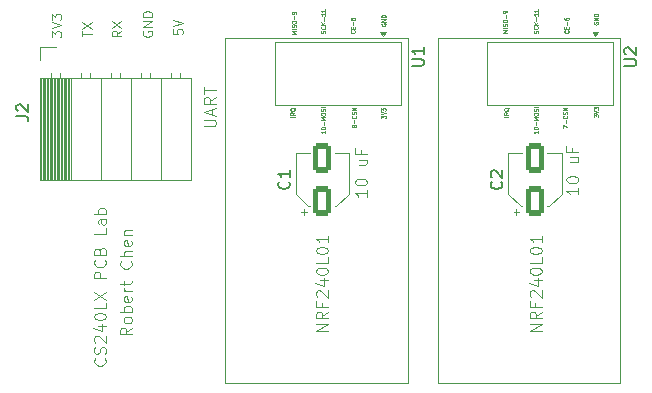
<source format=gbr>
%TF.GenerationSoftware,KiCad,Pcbnew,8.0.2-1*%
%TF.CreationDate,2024-05-21T18:09:58-07:00*%
%TF.ProjectId,pcb,7063622e-6b69-4636-9164-5f7063625858,rev?*%
%TF.SameCoordinates,Original*%
%TF.FileFunction,Legend,Top*%
%TF.FilePolarity,Positive*%
%FSLAX46Y46*%
G04 Gerber Fmt 4.6, Leading zero omitted, Abs format (unit mm)*
G04 Created by KiCad (PCBNEW 8.0.2-1) date 2024-05-21 18:09:58*
%MOMM*%
%LPD*%
G01*
G04 APERTURE LIST*
G04 Aperture macros list*
%AMRoundRect*
0 Rectangle with rounded corners*
0 $1 Rounding radius*
0 $2 $3 $4 $5 $6 $7 $8 $9 X,Y pos of 4 corners*
0 Add a 4 corners polygon primitive as box body*
4,1,4,$2,$3,$4,$5,$6,$7,$8,$9,$2,$3,0*
0 Add four circle primitives for the rounded corners*
1,1,$1+$1,$2,$3*
1,1,$1+$1,$4,$5*
1,1,$1+$1,$6,$7*
1,1,$1+$1,$8,$9*
0 Add four rect primitives between the rounded corners*
20,1,$1+$1,$2,$3,$4,$5,0*
20,1,$1+$1,$4,$5,$6,$7,0*
20,1,$1+$1,$6,$7,$8,$9,0*
20,1,$1+$1,$8,$9,$2,$3,0*%
G04 Aperture macros list end*
%ADD10C,0.100000*%
%ADD11C,0.080000*%
%ADD12C,0.150000*%
%ADD13C,0.120000*%
%ADD14R,1.700000X1.700000*%
%ADD15C,1.700000*%
%ADD16O,1.700000X1.700000*%
%ADD17RoundRect,0.250000X0.550000X-1.050000X0.550000X1.050000X-0.550000X1.050000X-0.550000X-1.050000X0*%
G04 APERTURE END LIST*
D10*
X135072419Y-91396115D02*
X134072419Y-91396115D01*
X134072419Y-91396115D02*
X135072419Y-90824687D01*
X135072419Y-90824687D02*
X134072419Y-90824687D01*
X135072419Y-89777068D02*
X134596228Y-90110401D01*
X135072419Y-90348496D02*
X134072419Y-90348496D01*
X134072419Y-90348496D02*
X134072419Y-89967544D01*
X134072419Y-89967544D02*
X134120038Y-89872306D01*
X134120038Y-89872306D02*
X134167657Y-89824687D01*
X134167657Y-89824687D02*
X134262895Y-89777068D01*
X134262895Y-89777068D02*
X134405752Y-89777068D01*
X134405752Y-89777068D02*
X134500990Y-89824687D01*
X134500990Y-89824687D02*
X134548609Y-89872306D01*
X134548609Y-89872306D02*
X134596228Y-89967544D01*
X134596228Y-89967544D02*
X134596228Y-90348496D01*
X134548609Y-89015163D02*
X134548609Y-89348496D01*
X135072419Y-89348496D02*
X134072419Y-89348496D01*
X134072419Y-89348496D02*
X134072419Y-88872306D01*
X134167657Y-88538972D02*
X134120038Y-88491353D01*
X134120038Y-88491353D02*
X134072419Y-88396115D01*
X134072419Y-88396115D02*
X134072419Y-88158020D01*
X134072419Y-88158020D02*
X134120038Y-88062782D01*
X134120038Y-88062782D02*
X134167657Y-88015163D01*
X134167657Y-88015163D02*
X134262895Y-87967544D01*
X134262895Y-87967544D02*
X134358133Y-87967544D01*
X134358133Y-87967544D02*
X134500990Y-88015163D01*
X134500990Y-88015163D02*
X135072419Y-88586591D01*
X135072419Y-88586591D02*
X135072419Y-87967544D01*
X134405752Y-87110401D02*
X135072419Y-87110401D01*
X134024800Y-87348496D02*
X134739085Y-87586591D01*
X134739085Y-87586591D02*
X134739085Y-86967544D01*
X134072419Y-86396115D02*
X134072419Y-86300877D01*
X134072419Y-86300877D02*
X134120038Y-86205639D01*
X134120038Y-86205639D02*
X134167657Y-86158020D01*
X134167657Y-86158020D02*
X134262895Y-86110401D01*
X134262895Y-86110401D02*
X134453371Y-86062782D01*
X134453371Y-86062782D02*
X134691466Y-86062782D01*
X134691466Y-86062782D02*
X134881942Y-86110401D01*
X134881942Y-86110401D02*
X134977180Y-86158020D01*
X134977180Y-86158020D02*
X135024800Y-86205639D01*
X135024800Y-86205639D02*
X135072419Y-86300877D01*
X135072419Y-86300877D02*
X135072419Y-86396115D01*
X135072419Y-86396115D02*
X135024800Y-86491353D01*
X135024800Y-86491353D02*
X134977180Y-86538972D01*
X134977180Y-86538972D02*
X134881942Y-86586591D01*
X134881942Y-86586591D02*
X134691466Y-86634210D01*
X134691466Y-86634210D02*
X134453371Y-86634210D01*
X134453371Y-86634210D02*
X134262895Y-86586591D01*
X134262895Y-86586591D02*
X134167657Y-86538972D01*
X134167657Y-86538972D02*
X134120038Y-86491353D01*
X134120038Y-86491353D02*
X134072419Y-86396115D01*
X135072419Y-85158020D02*
X135072419Y-85634210D01*
X135072419Y-85634210D02*
X134072419Y-85634210D01*
X134072419Y-84634210D02*
X134072419Y-84538972D01*
X134072419Y-84538972D02*
X134120038Y-84443734D01*
X134120038Y-84443734D02*
X134167657Y-84396115D01*
X134167657Y-84396115D02*
X134262895Y-84348496D01*
X134262895Y-84348496D02*
X134453371Y-84300877D01*
X134453371Y-84300877D02*
X134691466Y-84300877D01*
X134691466Y-84300877D02*
X134881942Y-84348496D01*
X134881942Y-84348496D02*
X134977180Y-84396115D01*
X134977180Y-84396115D02*
X135024800Y-84443734D01*
X135024800Y-84443734D02*
X135072419Y-84538972D01*
X135072419Y-84538972D02*
X135072419Y-84634210D01*
X135072419Y-84634210D02*
X135024800Y-84729448D01*
X135024800Y-84729448D02*
X134977180Y-84777067D01*
X134977180Y-84777067D02*
X134881942Y-84824686D01*
X134881942Y-84824686D02*
X134691466Y-84872305D01*
X134691466Y-84872305D02*
X134453371Y-84872305D01*
X134453371Y-84872305D02*
X134262895Y-84824686D01*
X134262895Y-84824686D02*
X134167657Y-84777067D01*
X134167657Y-84777067D02*
X134120038Y-84729448D01*
X134120038Y-84729448D02*
X134072419Y-84634210D01*
X135072419Y-83348496D02*
X135072419Y-83919924D01*
X135072419Y-83634210D02*
X134072419Y-83634210D01*
X134072419Y-83634210D02*
X134215276Y-83729448D01*
X134215276Y-83729448D02*
X134310514Y-83824686D01*
X134310514Y-83824686D02*
X134358133Y-83919924D01*
X96196895Y-66458020D02*
X96196895Y-66000877D01*
X96996895Y-66229449D02*
X96196895Y-66229449D01*
X96196895Y-65810401D02*
X96996895Y-65277067D01*
X96196895Y-65277067D02*
X96996895Y-65810401D01*
X93596895Y-66519925D02*
X93596895Y-66024687D01*
X93596895Y-66024687D02*
X93901657Y-66291353D01*
X93901657Y-66291353D02*
X93901657Y-66177068D01*
X93901657Y-66177068D02*
X93939752Y-66100877D01*
X93939752Y-66100877D02*
X93977847Y-66062782D01*
X93977847Y-66062782D02*
X94054038Y-66024687D01*
X94054038Y-66024687D02*
X94244514Y-66024687D01*
X94244514Y-66024687D02*
X94320704Y-66062782D01*
X94320704Y-66062782D02*
X94358800Y-66100877D01*
X94358800Y-66100877D02*
X94396895Y-66177068D01*
X94396895Y-66177068D02*
X94396895Y-66405639D01*
X94396895Y-66405639D02*
X94358800Y-66481830D01*
X94358800Y-66481830D02*
X94320704Y-66519925D01*
X93596895Y-65796115D02*
X94396895Y-65529448D01*
X94396895Y-65529448D02*
X93596895Y-65262782D01*
X93596895Y-65072306D02*
X93596895Y-64577068D01*
X93596895Y-64577068D02*
X93901657Y-64843734D01*
X93901657Y-64843734D02*
X93901657Y-64729449D01*
X93901657Y-64729449D02*
X93939752Y-64653258D01*
X93939752Y-64653258D02*
X93977847Y-64615163D01*
X93977847Y-64615163D02*
X94054038Y-64577068D01*
X94054038Y-64577068D02*
X94244514Y-64577068D01*
X94244514Y-64577068D02*
X94320704Y-64615163D01*
X94320704Y-64615163D02*
X94358800Y-64653258D01*
X94358800Y-64653258D02*
X94396895Y-64729449D01*
X94396895Y-64729449D02*
X94396895Y-64958020D01*
X94396895Y-64958020D02*
X94358800Y-65034211D01*
X94358800Y-65034211D02*
X94320704Y-65072306D01*
D11*
X134753006Y-74480702D02*
X134753006Y-74680702D01*
X134753006Y-74580702D02*
X134403006Y-74580702D01*
X134403006Y-74580702D02*
X134453006Y-74614035D01*
X134453006Y-74614035D02*
X134486340Y-74647369D01*
X134486340Y-74647369D02*
X134503006Y-74680702D01*
X134403006Y-74264036D02*
X134403006Y-74230702D01*
X134403006Y-74230702D02*
X134419673Y-74197369D01*
X134419673Y-74197369D02*
X134436340Y-74180702D01*
X134436340Y-74180702D02*
X134469673Y-74164036D01*
X134469673Y-74164036D02*
X134536340Y-74147369D01*
X134536340Y-74147369D02*
X134619673Y-74147369D01*
X134619673Y-74147369D02*
X134686340Y-74164036D01*
X134686340Y-74164036D02*
X134719673Y-74180702D01*
X134719673Y-74180702D02*
X134736340Y-74197369D01*
X134736340Y-74197369D02*
X134753006Y-74230702D01*
X134753006Y-74230702D02*
X134753006Y-74264036D01*
X134753006Y-74264036D02*
X134736340Y-74297369D01*
X134736340Y-74297369D02*
X134719673Y-74314036D01*
X134719673Y-74314036D02*
X134686340Y-74330702D01*
X134686340Y-74330702D02*
X134619673Y-74347369D01*
X134619673Y-74347369D02*
X134536340Y-74347369D01*
X134536340Y-74347369D02*
X134469673Y-74330702D01*
X134469673Y-74330702D02*
X134436340Y-74314036D01*
X134436340Y-74314036D02*
X134419673Y-74297369D01*
X134419673Y-74297369D02*
X134403006Y-74264036D01*
X134619673Y-73997369D02*
X134619673Y-73730703D01*
X134753006Y-73564036D02*
X134403006Y-73564036D01*
X134403006Y-73564036D02*
X134653006Y-73447370D01*
X134653006Y-73447370D02*
X134403006Y-73330703D01*
X134403006Y-73330703D02*
X134753006Y-73330703D01*
X134403006Y-73097370D02*
X134403006Y-73030703D01*
X134403006Y-73030703D02*
X134419673Y-72997370D01*
X134419673Y-72997370D02*
X134453006Y-72964036D01*
X134453006Y-72964036D02*
X134519673Y-72947370D01*
X134519673Y-72947370D02*
X134636340Y-72947370D01*
X134636340Y-72947370D02*
X134703006Y-72964036D01*
X134703006Y-72964036D02*
X134736340Y-72997370D01*
X134736340Y-72997370D02*
X134753006Y-73030703D01*
X134753006Y-73030703D02*
X134753006Y-73097370D01*
X134753006Y-73097370D02*
X134736340Y-73130703D01*
X134736340Y-73130703D02*
X134703006Y-73164036D01*
X134703006Y-73164036D02*
X134636340Y-73180703D01*
X134636340Y-73180703D02*
X134519673Y-73180703D01*
X134519673Y-73180703D02*
X134453006Y-73164036D01*
X134453006Y-73164036D02*
X134419673Y-73130703D01*
X134419673Y-73130703D02*
X134403006Y-73097370D01*
X134736340Y-72814036D02*
X134753006Y-72764036D01*
X134753006Y-72764036D02*
X134753006Y-72680703D01*
X134753006Y-72680703D02*
X134736340Y-72647369D01*
X134736340Y-72647369D02*
X134719673Y-72630703D01*
X134719673Y-72630703D02*
X134686340Y-72614036D01*
X134686340Y-72614036D02*
X134653006Y-72614036D01*
X134653006Y-72614036D02*
X134619673Y-72630703D01*
X134619673Y-72630703D02*
X134603006Y-72647369D01*
X134603006Y-72647369D02*
X134586340Y-72680703D01*
X134586340Y-72680703D02*
X134569673Y-72747369D01*
X134569673Y-72747369D02*
X134553006Y-72780703D01*
X134553006Y-72780703D02*
X134536340Y-72797369D01*
X134536340Y-72797369D02*
X134503006Y-72814036D01*
X134503006Y-72814036D02*
X134469673Y-72814036D01*
X134469673Y-72814036D02*
X134436340Y-72797369D01*
X134436340Y-72797369D02*
X134419673Y-72780703D01*
X134419673Y-72780703D02*
X134403006Y-72747369D01*
X134403006Y-72747369D02*
X134403006Y-72664036D01*
X134403006Y-72664036D02*
X134419673Y-72614036D01*
X134753006Y-72464036D02*
X134403006Y-72464036D01*
X136903006Y-74197369D02*
X136903006Y-73964035D01*
X136903006Y-73964035D02*
X137253006Y-74114035D01*
X137119673Y-73830702D02*
X137119673Y-73564036D01*
X137219673Y-73197369D02*
X137236340Y-73214036D01*
X137236340Y-73214036D02*
X137253006Y-73264036D01*
X137253006Y-73264036D02*
X137253006Y-73297369D01*
X137253006Y-73297369D02*
X137236340Y-73347369D01*
X137236340Y-73347369D02*
X137203006Y-73380703D01*
X137203006Y-73380703D02*
X137169673Y-73397369D01*
X137169673Y-73397369D02*
X137103006Y-73414036D01*
X137103006Y-73414036D02*
X137053006Y-73414036D01*
X137053006Y-73414036D02*
X136986340Y-73397369D01*
X136986340Y-73397369D02*
X136953006Y-73380703D01*
X136953006Y-73380703D02*
X136919673Y-73347369D01*
X136919673Y-73347369D02*
X136903006Y-73297369D01*
X136903006Y-73297369D02*
X136903006Y-73264036D01*
X136903006Y-73264036D02*
X136919673Y-73214036D01*
X136919673Y-73214036D02*
X136936340Y-73197369D01*
X137236340Y-73064036D02*
X137253006Y-73014036D01*
X137253006Y-73014036D02*
X137253006Y-72930703D01*
X137253006Y-72930703D02*
X137236340Y-72897369D01*
X137236340Y-72897369D02*
X137219673Y-72880703D01*
X137219673Y-72880703D02*
X137186340Y-72864036D01*
X137186340Y-72864036D02*
X137153006Y-72864036D01*
X137153006Y-72864036D02*
X137119673Y-72880703D01*
X137119673Y-72880703D02*
X137103006Y-72897369D01*
X137103006Y-72897369D02*
X137086340Y-72930703D01*
X137086340Y-72930703D02*
X137069673Y-72997369D01*
X137069673Y-72997369D02*
X137053006Y-73030703D01*
X137053006Y-73030703D02*
X137036340Y-73047369D01*
X137036340Y-73047369D02*
X137003006Y-73064036D01*
X137003006Y-73064036D02*
X136969673Y-73064036D01*
X136969673Y-73064036D02*
X136936340Y-73047369D01*
X136936340Y-73047369D02*
X136919673Y-73030703D01*
X136919673Y-73030703D02*
X136903006Y-72997369D01*
X136903006Y-72997369D02*
X136903006Y-72914036D01*
X136903006Y-72914036D02*
X136919673Y-72864036D01*
X137253006Y-72714036D02*
X136903006Y-72714036D01*
X136903006Y-72714036D02*
X137253006Y-72514036D01*
X137253006Y-72514036D02*
X136903006Y-72514036D01*
D10*
X120272419Y-79472306D02*
X120272419Y-80043734D01*
X120272419Y-79758020D02*
X119272419Y-79758020D01*
X119272419Y-79758020D02*
X119415276Y-79853258D01*
X119415276Y-79853258D02*
X119510514Y-79948496D01*
X119510514Y-79948496D02*
X119558133Y-80043734D01*
X119272419Y-78853258D02*
X119272419Y-78758020D01*
X119272419Y-78758020D02*
X119320038Y-78662782D01*
X119320038Y-78662782D02*
X119367657Y-78615163D01*
X119367657Y-78615163D02*
X119462895Y-78567544D01*
X119462895Y-78567544D02*
X119653371Y-78519925D01*
X119653371Y-78519925D02*
X119891466Y-78519925D01*
X119891466Y-78519925D02*
X120081942Y-78567544D01*
X120081942Y-78567544D02*
X120177180Y-78615163D01*
X120177180Y-78615163D02*
X120224800Y-78662782D01*
X120224800Y-78662782D02*
X120272419Y-78758020D01*
X120272419Y-78758020D02*
X120272419Y-78853258D01*
X120272419Y-78853258D02*
X120224800Y-78948496D01*
X120224800Y-78948496D02*
X120177180Y-78996115D01*
X120177180Y-78996115D02*
X120081942Y-79043734D01*
X120081942Y-79043734D02*
X119891466Y-79091353D01*
X119891466Y-79091353D02*
X119653371Y-79091353D01*
X119653371Y-79091353D02*
X119462895Y-79043734D01*
X119462895Y-79043734D02*
X119367657Y-78996115D01*
X119367657Y-78996115D02*
X119320038Y-78948496D01*
X119320038Y-78948496D02*
X119272419Y-78853258D01*
X119605752Y-76900877D02*
X120272419Y-76900877D01*
X119605752Y-77329448D02*
X120129561Y-77329448D01*
X120129561Y-77329448D02*
X120224800Y-77281829D01*
X120224800Y-77281829D02*
X120272419Y-77186591D01*
X120272419Y-77186591D02*
X120272419Y-77043734D01*
X120272419Y-77043734D02*
X120224800Y-76948496D01*
X120224800Y-76948496D02*
X120177180Y-76900877D01*
X119748609Y-76091353D02*
X119748609Y-76424686D01*
X120272419Y-76424686D02*
X119272419Y-76424686D01*
X119272419Y-76424686D02*
X119272419Y-75948496D01*
X99496895Y-65986591D02*
X99115942Y-66253258D01*
X99496895Y-66443734D02*
X98696895Y-66443734D01*
X98696895Y-66443734D02*
X98696895Y-66138972D01*
X98696895Y-66138972D02*
X98734990Y-66062782D01*
X98734990Y-66062782D02*
X98773085Y-66024687D01*
X98773085Y-66024687D02*
X98849276Y-65986591D01*
X98849276Y-65986591D02*
X98963561Y-65986591D01*
X98963561Y-65986591D02*
X99039752Y-66024687D01*
X99039752Y-66024687D02*
X99077847Y-66062782D01*
X99077847Y-66062782D02*
X99115942Y-66138972D01*
X99115942Y-66138972D02*
X99115942Y-66443734D01*
X98696895Y-65719925D02*
X99496895Y-65186591D01*
X98696895Y-65186591D02*
X99496895Y-65719925D01*
D11*
X119219673Y-65964035D02*
X119236340Y-65980702D01*
X119236340Y-65980702D02*
X119253006Y-66030702D01*
X119253006Y-66030702D02*
X119253006Y-66064035D01*
X119253006Y-66064035D02*
X119236340Y-66114035D01*
X119236340Y-66114035D02*
X119203006Y-66147369D01*
X119203006Y-66147369D02*
X119169673Y-66164035D01*
X119169673Y-66164035D02*
X119103006Y-66180702D01*
X119103006Y-66180702D02*
X119053006Y-66180702D01*
X119053006Y-66180702D02*
X118986340Y-66164035D01*
X118986340Y-66164035D02*
X118953006Y-66147369D01*
X118953006Y-66147369D02*
X118919673Y-66114035D01*
X118919673Y-66114035D02*
X118903006Y-66064035D01*
X118903006Y-66064035D02*
X118903006Y-66030702D01*
X118903006Y-66030702D02*
X118919673Y-65980702D01*
X118919673Y-65980702D02*
X118936340Y-65964035D01*
X119069673Y-65814035D02*
X119069673Y-65697369D01*
X119253006Y-65647369D02*
X119253006Y-65814035D01*
X119253006Y-65814035D02*
X118903006Y-65814035D01*
X118903006Y-65814035D02*
X118903006Y-65647369D01*
X119119673Y-65497368D02*
X119119673Y-65230702D01*
X118903006Y-64897369D02*
X118903006Y-65064035D01*
X118903006Y-65064035D02*
X119069673Y-65080702D01*
X119069673Y-65080702D02*
X119053006Y-65064035D01*
X119053006Y-65064035D02*
X119036340Y-65030702D01*
X119036340Y-65030702D02*
X119036340Y-64947369D01*
X119036340Y-64947369D02*
X119053006Y-64914035D01*
X119053006Y-64914035D02*
X119069673Y-64897369D01*
X119069673Y-64897369D02*
X119103006Y-64880702D01*
X119103006Y-64880702D02*
X119186340Y-64880702D01*
X119186340Y-64880702D02*
X119219673Y-64897369D01*
X119219673Y-64897369D02*
X119236340Y-64914035D01*
X119236340Y-64914035D02*
X119253006Y-64947369D01*
X119253006Y-64947369D02*
X119253006Y-65030702D01*
X119253006Y-65030702D02*
X119236340Y-65064035D01*
X119236340Y-65064035D02*
X119219673Y-65080702D01*
X137319673Y-65964035D02*
X137336340Y-65980702D01*
X137336340Y-65980702D02*
X137353006Y-66030702D01*
X137353006Y-66030702D02*
X137353006Y-66064035D01*
X137353006Y-66064035D02*
X137336340Y-66114035D01*
X137336340Y-66114035D02*
X137303006Y-66147369D01*
X137303006Y-66147369D02*
X137269673Y-66164035D01*
X137269673Y-66164035D02*
X137203006Y-66180702D01*
X137203006Y-66180702D02*
X137153006Y-66180702D01*
X137153006Y-66180702D02*
X137086340Y-66164035D01*
X137086340Y-66164035D02*
X137053006Y-66147369D01*
X137053006Y-66147369D02*
X137019673Y-66114035D01*
X137019673Y-66114035D02*
X137003006Y-66064035D01*
X137003006Y-66064035D02*
X137003006Y-66030702D01*
X137003006Y-66030702D02*
X137019673Y-65980702D01*
X137019673Y-65980702D02*
X137036340Y-65964035D01*
X137169673Y-65814035D02*
X137169673Y-65697369D01*
X137353006Y-65647369D02*
X137353006Y-65814035D01*
X137353006Y-65814035D02*
X137003006Y-65814035D01*
X137003006Y-65814035D02*
X137003006Y-65647369D01*
X137219673Y-65497368D02*
X137219673Y-65230702D01*
X137003006Y-64914035D02*
X137003006Y-64980702D01*
X137003006Y-64980702D02*
X137019673Y-65014035D01*
X137019673Y-65014035D02*
X137036340Y-65030702D01*
X137036340Y-65030702D02*
X137086340Y-65064035D01*
X137086340Y-65064035D02*
X137153006Y-65080702D01*
X137153006Y-65080702D02*
X137286340Y-65080702D01*
X137286340Y-65080702D02*
X137319673Y-65064035D01*
X137319673Y-65064035D02*
X137336340Y-65047369D01*
X137336340Y-65047369D02*
X137353006Y-65014035D01*
X137353006Y-65014035D02*
X137353006Y-64947369D01*
X137353006Y-64947369D02*
X137336340Y-64914035D01*
X137336340Y-64914035D02*
X137319673Y-64897369D01*
X137319673Y-64897369D02*
X137286340Y-64880702D01*
X137286340Y-64880702D02*
X137203006Y-64880702D01*
X137203006Y-64880702D02*
X137169673Y-64897369D01*
X137169673Y-64897369D02*
X137153006Y-64914035D01*
X137153006Y-64914035D02*
X137136340Y-64947369D01*
X137136340Y-64947369D02*
X137136340Y-65014035D01*
X137136340Y-65014035D02*
X137153006Y-65047369D01*
X137153006Y-65047369D02*
X137169673Y-65064035D01*
X137169673Y-65064035D02*
X137203006Y-65080702D01*
D10*
X101334990Y-66024687D02*
X101296895Y-66100877D01*
X101296895Y-66100877D02*
X101296895Y-66215163D01*
X101296895Y-66215163D02*
X101334990Y-66329449D01*
X101334990Y-66329449D02*
X101411180Y-66405639D01*
X101411180Y-66405639D02*
X101487371Y-66443734D01*
X101487371Y-66443734D02*
X101639752Y-66481830D01*
X101639752Y-66481830D02*
X101754038Y-66481830D01*
X101754038Y-66481830D02*
X101906419Y-66443734D01*
X101906419Y-66443734D02*
X101982609Y-66405639D01*
X101982609Y-66405639D02*
X102058800Y-66329449D01*
X102058800Y-66329449D02*
X102096895Y-66215163D01*
X102096895Y-66215163D02*
X102096895Y-66138972D01*
X102096895Y-66138972D02*
X102058800Y-66024687D01*
X102058800Y-66024687D02*
X102020704Y-65986591D01*
X102020704Y-65986591D02*
X101754038Y-65986591D01*
X101754038Y-65986591D02*
X101754038Y-66138972D01*
X102096895Y-65643734D02*
X101296895Y-65643734D01*
X101296895Y-65643734D02*
X102096895Y-65186591D01*
X102096895Y-65186591D02*
X101296895Y-65186591D01*
X102096895Y-64805639D02*
X101296895Y-64805639D01*
X101296895Y-64805639D02*
X101296895Y-64615163D01*
X101296895Y-64615163D02*
X101334990Y-64500877D01*
X101334990Y-64500877D02*
X101411180Y-64424687D01*
X101411180Y-64424687D02*
X101487371Y-64386592D01*
X101487371Y-64386592D02*
X101639752Y-64348496D01*
X101639752Y-64348496D02*
X101754038Y-64348496D01*
X101754038Y-64348496D02*
X101906419Y-64386592D01*
X101906419Y-64386592D02*
X101982609Y-64424687D01*
X101982609Y-64424687D02*
X102058800Y-64500877D01*
X102058800Y-64500877D02*
X102096895Y-64615163D01*
X102096895Y-64615163D02*
X102096895Y-64805639D01*
D11*
X114253006Y-66264035D02*
X113903006Y-66264035D01*
X113903006Y-66264035D02*
X114153006Y-66147369D01*
X114153006Y-66147369D02*
X113903006Y-66030702D01*
X113903006Y-66030702D02*
X114253006Y-66030702D01*
X114253006Y-65864035D02*
X113903006Y-65864035D01*
X114236340Y-65714035D02*
X114253006Y-65664035D01*
X114253006Y-65664035D02*
X114253006Y-65580702D01*
X114253006Y-65580702D02*
X114236340Y-65547368D01*
X114236340Y-65547368D02*
X114219673Y-65530702D01*
X114219673Y-65530702D02*
X114186340Y-65514035D01*
X114186340Y-65514035D02*
X114153006Y-65514035D01*
X114153006Y-65514035D02*
X114119673Y-65530702D01*
X114119673Y-65530702D02*
X114103006Y-65547368D01*
X114103006Y-65547368D02*
X114086340Y-65580702D01*
X114086340Y-65580702D02*
X114069673Y-65647368D01*
X114069673Y-65647368D02*
X114053006Y-65680702D01*
X114053006Y-65680702D02*
X114036340Y-65697368D01*
X114036340Y-65697368D02*
X114003006Y-65714035D01*
X114003006Y-65714035D02*
X113969673Y-65714035D01*
X113969673Y-65714035D02*
X113936340Y-65697368D01*
X113936340Y-65697368D02*
X113919673Y-65680702D01*
X113919673Y-65680702D02*
X113903006Y-65647368D01*
X113903006Y-65647368D02*
X113903006Y-65564035D01*
X113903006Y-65564035D02*
X113919673Y-65514035D01*
X113903006Y-65297369D02*
X113903006Y-65230702D01*
X113903006Y-65230702D02*
X113919673Y-65197369D01*
X113919673Y-65197369D02*
X113953006Y-65164035D01*
X113953006Y-65164035D02*
X114019673Y-65147369D01*
X114019673Y-65147369D02*
X114136340Y-65147369D01*
X114136340Y-65147369D02*
X114203006Y-65164035D01*
X114203006Y-65164035D02*
X114236340Y-65197369D01*
X114236340Y-65197369D02*
X114253006Y-65230702D01*
X114253006Y-65230702D02*
X114253006Y-65297369D01*
X114253006Y-65297369D02*
X114236340Y-65330702D01*
X114236340Y-65330702D02*
X114203006Y-65364035D01*
X114203006Y-65364035D02*
X114136340Y-65380702D01*
X114136340Y-65380702D02*
X114019673Y-65380702D01*
X114019673Y-65380702D02*
X113953006Y-65364035D01*
X113953006Y-65364035D02*
X113919673Y-65330702D01*
X113919673Y-65330702D02*
X113903006Y-65297369D01*
X114119673Y-64997368D02*
X114119673Y-64730702D01*
X114253006Y-64547369D02*
X114253006Y-64480702D01*
X114253006Y-64480702D02*
X114236340Y-64447369D01*
X114236340Y-64447369D02*
X114219673Y-64430702D01*
X114219673Y-64430702D02*
X114169673Y-64397369D01*
X114169673Y-64397369D02*
X114103006Y-64380702D01*
X114103006Y-64380702D02*
X113969673Y-64380702D01*
X113969673Y-64380702D02*
X113936340Y-64397369D01*
X113936340Y-64397369D02*
X113919673Y-64414035D01*
X113919673Y-64414035D02*
X113903006Y-64447369D01*
X113903006Y-64447369D02*
X113903006Y-64514035D01*
X113903006Y-64514035D02*
X113919673Y-64547369D01*
X113919673Y-64547369D02*
X113936340Y-64564035D01*
X113936340Y-64564035D02*
X113969673Y-64580702D01*
X113969673Y-64580702D02*
X114053006Y-64580702D01*
X114053006Y-64580702D02*
X114086340Y-64564035D01*
X114086340Y-64564035D02*
X114103006Y-64547369D01*
X114103006Y-64547369D02*
X114119673Y-64514035D01*
X114119673Y-64514035D02*
X114119673Y-64447369D01*
X114119673Y-64447369D02*
X114103006Y-64414035D01*
X114103006Y-64414035D02*
X114086340Y-64397369D01*
X114086340Y-64397369D02*
X114053006Y-64380702D01*
D10*
X98077180Y-93724687D02*
X98124800Y-93772306D01*
X98124800Y-93772306D02*
X98172419Y-93915163D01*
X98172419Y-93915163D02*
X98172419Y-94010401D01*
X98172419Y-94010401D02*
X98124800Y-94153258D01*
X98124800Y-94153258D02*
X98029561Y-94248496D01*
X98029561Y-94248496D02*
X97934323Y-94296115D01*
X97934323Y-94296115D02*
X97743847Y-94343734D01*
X97743847Y-94343734D02*
X97600990Y-94343734D01*
X97600990Y-94343734D02*
X97410514Y-94296115D01*
X97410514Y-94296115D02*
X97315276Y-94248496D01*
X97315276Y-94248496D02*
X97220038Y-94153258D01*
X97220038Y-94153258D02*
X97172419Y-94010401D01*
X97172419Y-94010401D02*
X97172419Y-93915163D01*
X97172419Y-93915163D02*
X97220038Y-93772306D01*
X97220038Y-93772306D02*
X97267657Y-93724687D01*
X98124800Y-93343734D02*
X98172419Y-93200877D01*
X98172419Y-93200877D02*
X98172419Y-92962782D01*
X98172419Y-92962782D02*
X98124800Y-92867544D01*
X98124800Y-92867544D02*
X98077180Y-92819925D01*
X98077180Y-92819925D02*
X97981942Y-92772306D01*
X97981942Y-92772306D02*
X97886704Y-92772306D01*
X97886704Y-92772306D02*
X97791466Y-92819925D01*
X97791466Y-92819925D02*
X97743847Y-92867544D01*
X97743847Y-92867544D02*
X97696228Y-92962782D01*
X97696228Y-92962782D02*
X97648609Y-93153258D01*
X97648609Y-93153258D02*
X97600990Y-93248496D01*
X97600990Y-93248496D02*
X97553371Y-93296115D01*
X97553371Y-93296115D02*
X97458133Y-93343734D01*
X97458133Y-93343734D02*
X97362895Y-93343734D01*
X97362895Y-93343734D02*
X97267657Y-93296115D01*
X97267657Y-93296115D02*
X97220038Y-93248496D01*
X97220038Y-93248496D02*
X97172419Y-93153258D01*
X97172419Y-93153258D02*
X97172419Y-92915163D01*
X97172419Y-92915163D02*
X97220038Y-92772306D01*
X97267657Y-92391353D02*
X97220038Y-92343734D01*
X97220038Y-92343734D02*
X97172419Y-92248496D01*
X97172419Y-92248496D02*
X97172419Y-92010401D01*
X97172419Y-92010401D02*
X97220038Y-91915163D01*
X97220038Y-91915163D02*
X97267657Y-91867544D01*
X97267657Y-91867544D02*
X97362895Y-91819925D01*
X97362895Y-91819925D02*
X97458133Y-91819925D01*
X97458133Y-91819925D02*
X97600990Y-91867544D01*
X97600990Y-91867544D02*
X98172419Y-92438972D01*
X98172419Y-92438972D02*
X98172419Y-91819925D01*
X97505752Y-90962782D02*
X98172419Y-90962782D01*
X97124800Y-91200877D02*
X97839085Y-91438972D01*
X97839085Y-91438972D02*
X97839085Y-90819925D01*
X97172419Y-90248496D02*
X97172419Y-90153258D01*
X97172419Y-90153258D02*
X97220038Y-90058020D01*
X97220038Y-90058020D02*
X97267657Y-90010401D01*
X97267657Y-90010401D02*
X97362895Y-89962782D01*
X97362895Y-89962782D02*
X97553371Y-89915163D01*
X97553371Y-89915163D02*
X97791466Y-89915163D01*
X97791466Y-89915163D02*
X97981942Y-89962782D01*
X97981942Y-89962782D02*
X98077180Y-90010401D01*
X98077180Y-90010401D02*
X98124800Y-90058020D01*
X98124800Y-90058020D02*
X98172419Y-90153258D01*
X98172419Y-90153258D02*
X98172419Y-90248496D01*
X98172419Y-90248496D02*
X98124800Y-90343734D01*
X98124800Y-90343734D02*
X98077180Y-90391353D01*
X98077180Y-90391353D02*
X97981942Y-90438972D01*
X97981942Y-90438972D02*
X97791466Y-90486591D01*
X97791466Y-90486591D02*
X97553371Y-90486591D01*
X97553371Y-90486591D02*
X97362895Y-90438972D01*
X97362895Y-90438972D02*
X97267657Y-90391353D01*
X97267657Y-90391353D02*
X97220038Y-90343734D01*
X97220038Y-90343734D02*
X97172419Y-90248496D01*
X98172419Y-89010401D02*
X98172419Y-89486591D01*
X98172419Y-89486591D02*
X97172419Y-89486591D01*
X97172419Y-88772305D02*
X98172419Y-88105639D01*
X97172419Y-88105639D02*
X98172419Y-88772305D01*
X98172419Y-86962781D02*
X97172419Y-86962781D01*
X97172419Y-86962781D02*
X97172419Y-86581829D01*
X97172419Y-86581829D02*
X97220038Y-86486591D01*
X97220038Y-86486591D02*
X97267657Y-86438972D01*
X97267657Y-86438972D02*
X97362895Y-86391353D01*
X97362895Y-86391353D02*
X97505752Y-86391353D01*
X97505752Y-86391353D02*
X97600990Y-86438972D01*
X97600990Y-86438972D02*
X97648609Y-86486591D01*
X97648609Y-86486591D02*
X97696228Y-86581829D01*
X97696228Y-86581829D02*
X97696228Y-86962781D01*
X98077180Y-85391353D02*
X98124800Y-85438972D01*
X98124800Y-85438972D02*
X98172419Y-85581829D01*
X98172419Y-85581829D02*
X98172419Y-85677067D01*
X98172419Y-85677067D02*
X98124800Y-85819924D01*
X98124800Y-85819924D02*
X98029561Y-85915162D01*
X98029561Y-85915162D02*
X97934323Y-85962781D01*
X97934323Y-85962781D02*
X97743847Y-86010400D01*
X97743847Y-86010400D02*
X97600990Y-86010400D01*
X97600990Y-86010400D02*
X97410514Y-85962781D01*
X97410514Y-85962781D02*
X97315276Y-85915162D01*
X97315276Y-85915162D02*
X97220038Y-85819924D01*
X97220038Y-85819924D02*
X97172419Y-85677067D01*
X97172419Y-85677067D02*
X97172419Y-85581829D01*
X97172419Y-85581829D02*
X97220038Y-85438972D01*
X97220038Y-85438972D02*
X97267657Y-85391353D01*
X97648609Y-84629448D02*
X97696228Y-84486591D01*
X97696228Y-84486591D02*
X97743847Y-84438972D01*
X97743847Y-84438972D02*
X97839085Y-84391353D01*
X97839085Y-84391353D02*
X97981942Y-84391353D01*
X97981942Y-84391353D02*
X98077180Y-84438972D01*
X98077180Y-84438972D02*
X98124800Y-84486591D01*
X98124800Y-84486591D02*
X98172419Y-84581829D01*
X98172419Y-84581829D02*
X98172419Y-84962781D01*
X98172419Y-84962781D02*
X97172419Y-84962781D01*
X97172419Y-84962781D02*
X97172419Y-84629448D01*
X97172419Y-84629448D02*
X97220038Y-84534210D01*
X97220038Y-84534210D02*
X97267657Y-84486591D01*
X97267657Y-84486591D02*
X97362895Y-84438972D01*
X97362895Y-84438972D02*
X97458133Y-84438972D01*
X97458133Y-84438972D02*
X97553371Y-84486591D01*
X97553371Y-84486591D02*
X97600990Y-84534210D01*
X97600990Y-84534210D02*
X97648609Y-84629448D01*
X97648609Y-84629448D02*
X97648609Y-84962781D01*
X98172419Y-82724686D02*
X98172419Y-83200876D01*
X98172419Y-83200876D02*
X97172419Y-83200876D01*
X98172419Y-81962781D02*
X97648609Y-81962781D01*
X97648609Y-81962781D02*
X97553371Y-82010400D01*
X97553371Y-82010400D02*
X97505752Y-82105638D01*
X97505752Y-82105638D02*
X97505752Y-82296114D01*
X97505752Y-82296114D02*
X97553371Y-82391352D01*
X98124800Y-81962781D02*
X98172419Y-82058019D01*
X98172419Y-82058019D02*
X98172419Y-82296114D01*
X98172419Y-82296114D02*
X98124800Y-82391352D01*
X98124800Y-82391352D02*
X98029561Y-82438971D01*
X98029561Y-82438971D02*
X97934323Y-82438971D01*
X97934323Y-82438971D02*
X97839085Y-82391352D01*
X97839085Y-82391352D02*
X97791466Y-82296114D01*
X97791466Y-82296114D02*
X97791466Y-82058019D01*
X97791466Y-82058019D02*
X97743847Y-81962781D01*
X98172419Y-81486590D02*
X97172419Y-81486590D01*
X97553371Y-81486590D02*
X97505752Y-81391352D01*
X97505752Y-81391352D02*
X97505752Y-81200876D01*
X97505752Y-81200876D02*
X97553371Y-81105638D01*
X97553371Y-81105638D02*
X97600990Y-81058019D01*
X97600990Y-81058019D02*
X97696228Y-81010400D01*
X97696228Y-81010400D02*
X97981942Y-81010400D01*
X97981942Y-81010400D02*
X98077180Y-81058019D01*
X98077180Y-81058019D02*
X98124800Y-81105638D01*
X98124800Y-81105638D02*
X98172419Y-81200876D01*
X98172419Y-81200876D02*
X98172419Y-81391352D01*
X98172419Y-81391352D02*
X98124800Y-81486590D01*
D11*
X121503006Y-73397369D02*
X121503006Y-73180702D01*
X121503006Y-73180702D02*
X121636340Y-73297369D01*
X121636340Y-73297369D02*
X121636340Y-73247369D01*
X121636340Y-73247369D02*
X121653006Y-73214035D01*
X121653006Y-73214035D02*
X121669673Y-73197369D01*
X121669673Y-73197369D02*
X121703006Y-73180702D01*
X121703006Y-73180702D02*
X121786340Y-73180702D01*
X121786340Y-73180702D02*
X121819673Y-73197369D01*
X121819673Y-73197369D02*
X121836340Y-73214035D01*
X121836340Y-73214035D02*
X121853006Y-73247369D01*
X121853006Y-73247369D02*
X121853006Y-73347369D01*
X121853006Y-73347369D02*
X121836340Y-73380702D01*
X121836340Y-73380702D02*
X121819673Y-73397369D01*
X121503006Y-73080702D02*
X121853006Y-72964036D01*
X121853006Y-72964036D02*
X121503006Y-72847369D01*
X121503006Y-72764036D02*
X121503006Y-72547369D01*
X121503006Y-72547369D02*
X121636340Y-72664036D01*
X121636340Y-72664036D02*
X121636340Y-72614036D01*
X121636340Y-72614036D02*
X121653006Y-72580702D01*
X121653006Y-72580702D02*
X121669673Y-72564036D01*
X121669673Y-72564036D02*
X121703006Y-72547369D01*
X121703006Y-72547369D02*
X121786340Y-72547369D01*
X121786340Y-72547369D02*
X121819673Y-72564036D01*
X121819673Y-72564036D02*
X121836340Y-72580702D01*
X121836340Y-72580702D02*
X121853006Y-72614036D01*
X121853006Y-72614036D02*
X121853006Y-72714036D01*
X121853006Y-72714036D02*
X121836340Y-72747369D01*
X121836340Y-72747369D02*
X121819673Y-72764036D01*
X116753006Y-74480702D02*
X116753006Y-74680702D01*
X116753006Y-74580702D02*
X116403006Y-74580702D01*
X116403006Y-74580702D02*
X116453006Y-74614035D01*
X116453006Y-74614035D02*
X116486340Y-74647369D01*
X116486340Y-74647369D02*
X116503006Y-74680702D01*
X116403006Y-74264036D02*
X116403006Y-74230702D01*
X116403006Y-74230702D02*
X116419673Y-74197369D01*
X116419673Y-74197369D02*
X116436340Y-74180702D01*
X116436340Y-74180702D02*
X116469673Y-74164036D01*
X116469673Y-74164036D02*
X116536340Y-74147369D01*
X116536340Y-74147369D02*
X116619673Y-74147369D01*
X116619673Y-74147369D02*
X116686340Y-74164036D01*
X116686340Y-74164036D02*
X116719673Y-74180702D01*
X116719673Y-74180702D02*
X116736340Y-74197369D01*
X116736340Y-74197369D02*
X116753006Y-74230702D01*
X116753006Y-74230702D02*
X116753006Y-74264036D01*
X116753006Y-74264036D02*
X116736340Y-74297369D01*
X116736340Y-74297369D02*
X116719673Y-74314036D01*
X116719673Y-74314036D02*
X116686340Y-74330702D01*
X116686340Y-74330702D02*
X116619673Y-74347369D01*
X116619673Y-74347369D02*
X116536340Y-74347369D01*
X116536340Y-74347369D02*
X116469673Y-74330702D01*
X116469673Y-74330702D02*
X116436340Y-74314036D01*
X116436340Y-74314036D02*
X116419673Y-74297369D01*
X116419673Y-74297369D02*
X116403006Y-74264036D01*
X116619673Y-73997369D02*
X116619673Y-73730703D01*
X116753006Y-73564036D02*
X116403006Y-73564036D01*
X116403006Y-73564036D02*
X116653006Y-73447370D01*
X116653006Y-73447370D02*
X116403006Y-73330703D01*
X116403006Y-73330703D02*
X116753006Y-73330703D01*
X116403006Y-73097370D02*
X116403006Y-73030703D01*
X116403006Y-73030703D02*
X116419673Y-72997370D01*
X116419673Y-72997370D02*
X116453006Y-72964036D01*
X116453006Y-72964036D02*
X116519673Y-72947370D01*
X116519673Y-72947370D02*
X116636340Y-72947370D01*
X116636340Y-72947370D02*
X116703006Y-72964036D01*
X116703006Y-72964036D02*
X116736340Y-72997370D01*
X116736340Y-72997370D02*
X116753006Y-73030703D01*
X116753006Y-73030703D02*
X116753006Y-73097370D01*
X116753006Y-73097370D02*
X116736340Y-73130703D01*
X116736340Y-73130703D02*
X116703006Y-73164036D01*
X116703006Y-73164036D02*
X116636340Y-73180703D01*
X116636340Y-73180703D02*
X116519673Y-73180703D01*
X116519673Y-73180703D02*
X116453006Y-73164036D01*
X116453006Y-73164036D02*
X116419673Y-73130703D01*
X116419673Y-73130703D02*
X116403006Y-73097370D01*
X116736340Y-72814036D02*
X116753006Y-72764036D01*
X116753006Y-72764036D02*
X116753006Y-72680703D01*
X116753006Y-72680703D02*
X116736340Y-72647369D01*
X116736340Y-72647369D02*
X116719673Y-72630703D01*
X116719673Y-72630703D02*
X116686340Y-72614036D01*
X116686340Y-72614036D02*
X116653006Y-72614036D01*
X116653006Y-72614036D02*
X116619673Y-72630703D01*
X116619673Y-72630703D02*
X116603006Y-72647369D01*
X116603006Y-72647369D02*
X116586340Y-72680703D01*
X116586340Y-72680703D02*
X116569673Y-72747369D01*
X116569673Y-72747369D02*
X116553006Y-72780703D01*
X116553006Y-72780703D02*
X116536340Y-72797369D01*
X116536340Y-72797369D02*
X116503006Y-72814036D01*
X116503006Y-72814036D02*
X116469673Y-72814036D01*
X116469673Y-72814036D02*
X116436340Y-72797369D01*
X116436340Y-72797369D02*
X116419673Y-72780703D01*
X116419673Y-72780703D02*
X116403006Y-72747369D01*
X116403006Y-72747369D02*
X116403006Y-72664036D01*
X116403006Y-72664036D02*
X116419673Y-72614036D01*
X116753006Y-72464036D02*
X116403006Y-72464036D01*
X116736340Y-66180702D02*
X116753006Y-66130702D01*
X116753006Y-66130702D02*
X116753006Y-66047369D01*
X116753006Y-66047369D02*
X116736340Y-66014035D01*
X116736340Y-66014035D02*
X116719673Y-65997369D01*
X116719673Y-65997369D02*
X116686340Y-65980702D01*
X116686340Y-65980702D02*
X116653006Y-65980702D01*
X116653006Y-65980702D02*
X116619673Y-65997369D01*
X116619673Y-65997369D02*
X116603006Y-66014035D01*
X116603006Y-66014035D02*
X116586340Y-66047369D01*
X116586340Y-66047369D02*
X116569673Y-66114035D01*
X116569673Y-66114035D02*
X116553006Y-66147369D01*
X116553006Y-66147369D02*
X116536340Y-66164035D01*
X116536340Y-66164035D02*
X116503006Y-66180702D01*
X116503006Y-66180702D02*
X116469673Y-66180702D01*
X116469673Y-66180702D02*
X116436340Y-66164035D01*
X116436340Y-66164035D02*
X116419673Y-66147369D01*
X116419673Y-66147369D02*
X116403006Y-66114035D01*
X116403006Y-66114035D02*
X116403006Y-66030702D01*
X116403006Y-66030702D02*
X116419673Y-65980702D01*
X116719673Y-65630702D02*
X116736340Y-65647369D01*
X116736340Y-65647369D02*
X116753006Y-65697369D01*
X116753006Y-65697369D02*
X116753006Y-65730702D01*
X116753006Y-65730702D02*
X116736340Y-65780702D01*
X116736340Y-65780702D02*
X116703006Y-65814036D01*
X116703006Y-65814036D02*
X116669673Y-65830702D01*
X116669673Y-65830702D02*
X116603006Y-65847369D01*
X116603006Y-65847369D02*
X116553006Y-65847369D01*
X116553006Y-65847369D02*
X116486340Y-65830702D01*
X116486340Y-65830702D02*
X116453006Y-65814036D01*
X116453006Y-65814036D02*
X116419673Y-65780702D01*
X116419673Y-65780702D02*
X116403006Y-65730702D01*
X116403006Y-65730702D02*
X116403006Y-65697369D01*
X116403006Y-65697369D02*
X116419673Y-65647369D01*
X116419673Y-65647369D02*
X116436340Y-65630702D01*
X116753006Y-65480702D02*
X116403006Y-65480702D01*
X116753006Y-65280702D02*
X116553006Y-65430702D01*
X116403006Y-65280702D02*
X116603006Y-65480702D01*
X116619673Y-65130702D02*
X116619673Y-64864036D01*
X116753006Y-64514036D02*
X116753006Y-64714036D01*
X116753006Y-64614036D02*
X116403006Y-64614036D01*
X116403006Y-64614036D02*
X116453006Y-64647369D01*
X116453006Y-64647369D02*
X116486340Y-64680703D01*
X116486340Y-64680703D02*
X116503006Y-64714036D01*
X116753006Y-64180703D02*
X116753006Y-64380703D01*
X116753006Y-64280703D02*
X116403006Y-64280703D01*
X116403006Y-64280703D02*
X116453006Y-64314036D01*
X116453006Y-64314036D02*
X116486340Y-64347370D01*
X116486340Y-64347370D02*
X116503006Y-64380703D01*
D10*
X138172419Y-79272306D02*
X138172419Y-79843734D01*
X138172419Y-79558020D02*
X137172419Y-79558020D01*
X137172419Y-79558020D02*
X137315276Y-79653258D01*
X137315276Y-79653258D02*
X137410514Y-79748496D01*
X137410514Y-79748496D02*
X137458133Y-79843734D01*
X137172419Y-78653258D02*
X137172419Y-78558020D01*
X137172419Y-78558020D02*
X137220038Y-78462782D01*
X137220038Y-78462782D02*
X137267657Y-78415163D01*
X137267657Y-78415163D02*
X137362895Y-78367544D01*
X137362895Y-78367544D02*
X137553371Y-78319925D01*
X137553371Y-78319925D02*
X137791466Y-78319925D01*
X137791466Y-78319925D02*
X137981942Y-78367544D01*
X137981942Y-78367544D02*
X138077180Y-78415163D01*
X138077180Y-78415163D02*
X138124800Y-78462782D01*
X138124800Y-78462782D02*
X138172419Y-78558020D01*
X138172419Y-78558020D02*
X138172419Y-78653258D01*
X138172419Y-78653258D02*
X138124800Y-78748496D01*
X138124800Y-78748496D02*
X138077180Y-78796115D01*
X138077180Y-78796115D02*
X137981942Y-78843734D01*
X137981942Y-78843734D02*
X137791466Y-78891353D01*
X137791466Y-78891353D02*
X137553371Y-78891353D01*
X137553371Y-78891353D02*
X137362895Y-78843734D01*
X137362895Y-78843734D02*
X137267657Y-78796115D01*
X137267657Y-78796115D02*
X137220038Y-78748496D01*
X137220038Y-78748496D02*
X137172419Y-78653258D01*
X137505752Y-76700877D02*
X138172419Y-76700877D01*
X137505752Y-77129448D02*
X138029561Y-77129448D01*
X138029561Y-77129448D02*
X138124800Y-77081829D01*
X138124800Y-77081829D02*
X138172419Y-76986591D01*
X138172419Y-76986591D02*
X138172419Y-76843734D01*
X138172419Y-76843734D02*
X138124800Y-76748496D01*
X138124800Y-76748496D02*
X138077180Y-76700877D01*
X137648609Y-75891353D02*
X137648609Y-76224686D01*
X138172419Y-76224686D02*
X137172419Y-76224686D01*
X137172419Y-76224686D02*
X137172419Y-75748496D01*
D11*
X134736340Y-66180702D02*
X134753006Y-66130702D01*
X134753006Y-66130702D02*
X134753006Y-66047369D01*
X134753006Y-66047369D02*
X134736340Y-66014035D01*
X134736340Y-66014035D02*
X134719673Y-65997369D01*
X134719673Y-65997369D02*
X134686340Y-65980702D01*
X134686340Y-65980702D02*
X134653006Y-65980702D01*
X134653006Y-65980702D02*
X134619673Y-65997369D01*
X134619673Y-65997369D02*
X134603006Y-66014035D01*
X134603006Y-66014035D02*
X134586340Y-66047369D01*
X134586340Y-66047369D02*
X134569673Y-66114035D01*
X134569673Y-66114035D02*
X134553006Y-66147369D01*
X134553006Y-66147369D02*
X134536340Y-66164035D01*
X134536340Y-66164035D02*
X134503006Y-66180702D01*
X134503006Y-66180702D02*
X134469673Y-66180702D01*
X134469673Y-66180702D02*
X134436340Y-66164035D01*
X134436340Y-66164035D02*
X134419673Y-66147369D01*
X134419673Y-66147369D02*
X134403006Y-66114035D01*
X134403006Y-66114035D02*
X134403006Y-66030702D01*
X134403006Y-66030702D02*
X134419673Y-65980702D01*
X134719673Y-65630702D02*
X134736340Y-65647369D01*
X134736340Y-65647369D02*
X134753006Y-65697369D01*
X134753006Y-65697369D02*
X134753006Y-65730702D01*
X134753006Y-65730702D02*
X134736340Y-65780702D01*
X134736340Y-65780702D02*
X134703006Y-65814036D01*
X134703006Y-65814036D02*
X134669673Y-65830702D01*
X134669673Y-65830702D02*
X134603006Y-65847369D01*
X134603006Y-65847369D02*
X134553006Y-65847369D01*
X134553006Y-65847369D02*
X134486340Y-65830702D01*
X134486340Y-65830702D02*
X134453006Y-65814036D01*
X134453006Y-65814036D02*
X134419673Y-65780702D01*
X134419673Y-65780702D02*
X134403006Y-65730702D01*
X134403006Y-65730702D02*
X134403006Y-65697369D01*
X134403006Y-65697369D02*
X134419673Y-65647369D01*
X134419673Y-65647369D02*
X134436340Y-65630702D01*
X134753006Y-65480702D02*
X134403006Y-65480702D01*
X134753006Y-65280702D02*
X134553006Y-65430702D01*
X134403006Y-65280702D02*
X134603006Y-65480702D01*
X134619673Y-65130702D02*
X134619673Y-64864036D01*
X134753006Y-64514036D02*
X134753006Y-64714036D01*
X134753006Y-64614036D02*
X134403006Y-64614036D01*
X134403006Y-64614036D02*
X134453006Y-64647369D01*
X134453006Y-64647369D02*
X134486340Y-64680703D01*
X134486340Y-64680703D02*
X134503006Y-64714036D01*
X134753006Y-64180703D02*
X134753006Y-64380703D01*
X134753006Y-64280703D02*
X134403006Y-64280703D01*
X134403006Y-64280703D02*
X134453006Y-64314036D01*
X134453006Y-64314036D02*
X134486340Y-64347370D01*
X134486340Y-64347370D02*
X134503006Y-64380703D01*
X139503006Y-73297369D02*
X139503006Y-73080702D01*
X139503006Y-73080702D02*
X139636340Y-73197369D01*
X139636340Y-73197369D02*
X139636340Y-73147369D01*
X139636340Y-73147369D02*
X139653006Y-73114035D01*
X139653006Y-73114035D02*
X139669673Y-73097369D01*
X139669673Y-73097369D02*
X139703006Y-73080702D01*
X139703006Y-73080702D02*
X139786340Y-73080702D01*
X139786340Y-73080702D02*
X139819673Y-73097369D01*
X139819673Y-73097369D02*
X139836340Y-73114035D01*
X139836340Y-73114035D02*
X139853006Y-73147369D01*
X139853006Y-73147369D02*
X139853006Y-73247369D01*
X139853006Y-73247369D02*
X139836340Y-73280702D01*
X139836340Y-73280702D02*
X139819673Y-73297369D01*
X139503006Y-72980702D02*
X139853006Y-72864036D01*
X139853006Y-72864036D02*
X139503006Y-72747369D01*
X139503006Y-72664036D02*
X139503006Y-72447369D01*
X139503006Y-72447369D02*
X139636340Y-72564036D01*
X139636340Y-72564036D02*
X139636340Y-72514036D01*
X139636340Y-72514036D02*
X139653006Y-72480702D01*
X139653006Y-72480702D02*
X139669673Y-72464036D01*
X139669673Y-72464036D02*
X139703006Y-72447369D01*
X139703006Y-72447369D02*
X139786340Y-72447369D01*
X139786340Y-72447369D02*
X139819673Y-72464036D01*
X139819673Y-72464036D02*
X139836340Y-72480702D01*
X139836340Y-72480702D02*
X139853006Y-72514036D01*
X139853006Y-72514036D02*
X139853006Y-72614036D01*
X139853006Y-72614036D02*
X139836340Y-72647369D01*
X139836340Y-72647369D02*
X139819673Y-72664036D01*
X114153006Y-73264035D02*
X113803006Y-73264035D01*
X114153006Y-72897368D02*
X113986340Y-73014035D01*
X114153006Y-73097368D02*
X113803006Y-73097368D01*
X113803006Y-73097368D02*
X113803006Y-72964035D01*
X113803006Y-72964035D02*
X113819673Y-72930702D01*
X113819673Y-72930702D02*
X113836340Y-72914035D01*
X113836340Y-72914035D02*
X113869673Y-72897368D01*
X113869673Y-72897368D02*
X113919673Y-72897368D01*
X113919673Y-72897368D02*
X113953006Y-72914035D01*
X113953006Y-72914035D02*
X113969673Y-72930702D01*
X113969673Y-72930702D02*
X113986340Y-72964035D01*
X113986340Y-72964035D02*
X113986340Y-73097368D01*
X114186340Y-72514035D02*
X114169673Y-72547368D01*
X114169673Y-72547368D02*
X114136340Y-72580702D01*
X114136340Y-72580702D02*
X114086340Y-72630702D01*
X114086340Y-72630702D02*
X114069673Y-72664035D01*
X114069673Y-72664035D02*
X114069673Y-72697368D01*
X114153006Y-72680702D02*
X114136340Y-72714035D01*
X114136340Y-72714035D02*
X114103006Y-72747368D01*
X114103006Y-72747368D02*
X114036340Y-72764035D01*
X114036340Y-72764035D02*
X113919673Y-72764035D01*
X113919673Y-72764035D02*
X113853006Y-72747368D01*
X113853006Y-72747368D02*
X113819673Y-72714035D01*
X113819673Y-72714035D02*
X113803006Y-72680702D01*
X113803006Y-72680702D02*
X113803006Y-72614035D01*
X113803006Y-72614035D02*
X113819673Y-72580702D01*
X113819673Y-72580702D02*
X113853006Y-72547368D01*
X113853006Y-72547368D02*
X113919673Y-72530702D01*
X113919673Y-72530702D02*
X114036340Y-72530702D01*
X114036340Y-72530702D02*
X114103006Y-72547368D01*
X114103006Y-72547368D02*
X114136340Y-72580702D01*
X114136340Y-72580702D02*
X114153006Y-72614035D01*
X114153006Y-72614035D02*
X114153006Y-72680702D01*
D10*
X106472419Y-74096115D02*
X107281942Y-74096115D01*
X107281942Y-74096115D02*
X107377180Y-74048496D01*
X107377180Y-74048496D02*
X107424800Y-74000877D01*
X107424800Y-74000877D02*
X107472419Y-73905639D01*
X107472419Y-73905639D02*
X107472419Y-73715163D01*
X107472419Y-73715163D02*
X107424800Y-73619925D01*
X107424800Y-73619925D02*
X107377180Y-73572306D01*
X107377180Y-73572306D02*
X107281942Y-73524687D01*
X107281942Y-73524687D02*
X106472419Y-73524687D01*
X107186704Y-73096115D02*
X107186704Y-72619925D01*
X107472419Y-73191353D02*
X106472419Y-72858020D01*
X106472419Y-72858020D02*
X107472419Y-72524687D01*
X107472419Y-71619925D02*
X106996228Y-71953258D01*
X107472419Y-72191353D02*
X106472419Y-72191353D01*
X106472419Y-72191353D02*
X106472419Y-71810401D01*
X106472419Y-71810401D02*
X106520038Y-71715163D01*
X106520038Y-71715163D02*
X106567657Y-71667544D01*
X106567657Y-71667544D02*
X106662895Y-71619925D01*
X106662895Y-71619925D02*
X106805752Y-71619925D01*
X106805752Y-71619925D02*
X106900990Y-71667544D01*
X106900990Y-71667544D02*
X106948609Y-71715163D01*
X106948609Y-71715163D02*
X106996228Y-71810401D01*
X106996228Y-71810401D02*
X106996228Y-72191353D01*
X106472419Y-71334210D02*
X106472419Y-70762782D01*
X107472419Y-71048496D02*
X106472419Y-71048496D01*
D11*
X132153006Y-66164035D02*
X131803006Y-66164035D01*
X131803006Y-66164035D02*
X132053006Y-66047369D01*
X132053006Y-66047369D02*
X131803006Y-65930702D01*
X131803006Y-65930702D02*
X132153006Y-65930702D01*
X132153006Y-65764035D02*
X131803006Y-65764035D01*
X132136340Y-65614035D02*
X132153006Y-65564035D01*
X132153006Y-65564035D02*
X132153006Y-65480702D01*
X132153006Y-65480702D02*
X132136340Y-65447368D01*
X132136340Y-65447368D02*
X132119673Y-65430702D01*
X132119673Y-65430702D02*
X132086340Y-65414035D01*
X132086340Y-65414035D02*
X132053006Y-65414035D01*
X132053006Y-65414035D02*
X132019673Y-65430702D01*
X132019673Y-65430702D02*
X132003006Y-65447368D01*
X132003006Y-65447368D02*
X131986340Y-65480702D01*
X131986340Y-65480702D02*
X131969673Y-65547368D01*
X131969673Y-65547368D02*
X131953006Y-65580702D01*
X131953006Y-65580702D02*
X131936340Y-65597368D01*
X131936340Y-65597368D02*
X131903006Y-65614035D01*
X131903006Y-65614035D02*
X131869673Y-65614035D01*
X131869673Y-65614035D02*
X131836340Y-65597368D01*
X131836340Y-65597368D02*
X131819673Y-65580702D01*
X131819673Y-65580702D02*
X131803006Y-65547368D01*
X131803006Y-65547368D02*
X131803006Y-65464035D01*
X131803006Y-65464035D02*
X131819673Y-65414035D01*
X131803006Y-65197369D02*
X131803006Y-65130702D01*
X131803006Y-65130702D02*
X131819673Y-65097369D01*
X131819673Y-65097369D02*
X131853006Y-65064035D01*
X131853006Y-65064035D02*
X131919673Y-65047369D01*
X131919673Y-65047369D02*
X132036340Y-65047369D01*
X132036340Y-65047369D02*
X132103006Y-65064035D01*
X132103006Y-65064035D02*
X132136340Y-65097369D01*
X132136340Y-65097369D02*
X132153006Y-65130702D01*
X132153006Y-65130702D02*
X132153006Y-65197369D01*
X132153006Y-65197369D02*
X132136340Y-65230702D01*
X132136340Y-65230702D02*
X132103006Y-65264035D01*
X132103006Y-65264035D02*
X132036340Y-65280702D01*
X132036340Y-65280702D02*
X131919673Y-65280702D01*
X131919673Y-65280702D02*
X131853006Y-65264035D01*
X131853006Y-65264035D02*
X131819673Y-65230702D01*
X131819673Y-65230702D02*
X131803006Y-65197369D01*
X132019673Y-64897368D02*
X132019673Y-64630702D01*
X132153006Y-64447369D02*
X132153006Y-64380702D01*
X132153006Y-64380702D02*
X132136340Y-64347369D01*
X132136340Y-64347369D02*
X132119673Y-64330702D01*
X132119673Y-64330702D02*
X132069673Y-64297369D01*
X132069673Y-64297369D02*
X132003006Y-64280702D01*
X132003006Y-64280702D02*
X131869673Y-64280702D01*
X131869673Y-64280702D02*
X131836340Y-64297369D01*
X131836340Y-64297369D02*
X131819673Y-64314035D01*
X131819673Y-64314035D02*
X131803006Y-64347369D01*
X131803006Y-64347369D02*
X131803006Y-64414035D01*
X131803006Y-64414035D02*
X131819673Y-64447369D01*
X131819673Y-64447369D02*
X131836340Y-64464035D01*
X131836340Y-64464035D02*
X131869673Y-64480702D01*
X131869673Y-64480702D02*
X131953006Y-64480702D01*
X131953006Y-64480702D02*
X131986340Y-64464035D01*
X131986340Y-64464035D02*
X132003006Y-64447369D01*
X132003006Y-64447369D02*
X132019673Y-64414035D01*
X132019673Y-64414035D02*
X132019673Y-64347369D01*
X132019673Y-64347369D02*
X132003006Y-64314035D01*
X132003006Y-64314035D02*
X131986340Y-64297369D01*
X131986340Y-64297369D02*
X131953006Y-64280702D01*
X119153006Y-74114035D02*
X119136340Y-74147369D01*
X119136340Y-74147369D02*
X119119673Y-74164035D01*
X119119673Y-74164035D02*
X119086340Y-74180702D01*
X119086340Y-74180702D02*
X119069673Y-74180702D01*
X119069673Y-74180702D02*
X119036340Y-74164035D01*
X119036340Y-74164035D02*
X119019673Y-74147369D01*
X119019673Y-74147369D02*
X119003006Y-74114035D01*
X119003006Y-74114035D02*
X119003006Y-74047369D01*
X119003006Y-74047369D02*
X119019673Y-74014035D01*
X119019673Y-74014035D02*
X119036340Y-73997369D01*
X119036340Y-73997369D02*
X119069673Y-73980702D01*
X119069673Y-73980702D02*
X119086340Y-73980702D01*
X119086340Y-73980702D02*
X119119673Y-73997369D01*
X119119673Y-73997369D02*
X119136340Y-74014035D01*
X119136340Y-74014035D02*
X119153006Y-74047369D01*
X119153006Y-74047369D02*
X119153006Y-74114035D01*
X119153006Y-74114035D02*
X119169673Y-74147369D01*
X119169673Y-74147369D02*
X119186340Y-74164035D01*
X119186340Y-74164035D02*
X119219673Y-74180702D01*
X119219673Y-74180702D02*
X119286340Y-74180702D01*
X119286340Y-74180702D02*
X119319673Y-74164035D01*
X119319673Y-74164035D02*
X119336340Y-74147369D01*
X119336340Y-74147369D02*
X119353006Y-74114035D01*
X119353006Y-74114035D02*
X119353006Y-74047369D01*
X119353006Y-74047369D02*
X119336340Y-74014035D01*
X119336340Y-74014035D02*
X119319673Y-73997369D01*
X119319673Y-73997369D02*
X119286340Y-73980702D01*
X119286340Y-73980702D02*
X119219673Y-73980702D01*
X119219673Y-73980702D02*
X119186340Y-73997369D01*
X119186340Y-73997369D02*
X119169673Y-74014035D01*
X119169673Y-74014035D02*
X119153006Y-74047369D01*
X119219673Y-73830702D02*
X119219673Y-73564036D01*
X119319673Y-73197369D02*
X119336340Y-73214036D01*
X119336340Y-73214036D02*
X119353006Y-73264036D01*
X119353006Y-73264036D02*
X119353006Y-73297369D01*
X119353006Y-73297369D02*
X119336340Y-73347369D01*
X119336340Y-73347369D02*
X119303006Y-73380703D01*
X119303006Y-73380703D02*
X119269673Y-73397369D01*
X119269673Y-73397369D02*
X119203006Y-73414036D01*
X119203006Y-73414036D02*
X119153006Y-73414036D01*
X119153006Y-73414036D02*
X119086340Y-73397369D01*
X119086340Y-73397369D02*
X119053006Y-73380703D01*
X119053006Y-73380703D02*
X119019673Y-73347369D01*
X119019673Y-73347369D02*
X119003006Y-73297369D01*
X119003006Y-73297369D02*
X119003006Y-73264036D01*
X119003006Y-73264036D02*
X119019673Y-73214036D01*
X119019673Y-73214036D02*
X119036340Y-73197369D01*
X119336340Y-73064036D02*
X119353006Y-73014036D01*
X119353006Y-73014036D02*
X119353006Y-72930703D01*
X119353006Y-72930703D02*
X119336340Y-72897369D01*
X119336340Y-72897369D02*
X119319673Y-72880703D01*
X119319673Y-72880703D02*
X119286340Y-72864036D01*
X119286340Y-72864036D02*
X119253006Y-72864036D01*
X119253006Y-72864036D02*
X119219673Y-72880703D01*
X119219673Y-72880703D02*
X119203006Y-72897369D01*
X119203006Y-72897369D02*
X119186340Y-72930703D01*
X119186340Y-72930703D02*
X119169673Y-72997369D01*
X119169673Y-72997369D02*
X119153006Y-73030703D01*
X119153006Y-73030703D02*
X119136340Y-73047369D01*
X119136340Y-73047369D02*
X119103006Y-73064036D01*
X119103006Y-73064036D02*
X119069673Y-73064036D01*
X119069673Y-73064036D02*
X119036340Y-73047369D01*
X119036340Y-73047369D02*
X119019673Y-73030703D01*
X119019673Y-73030703D02*
X119003006Y-72997369D01*
X119003006Y-72997369D02*
X119003006Y-72914036D01*
X119003006Y-72914036D02*
X119019673Y-72864036D01*
X119353006Y-72714036D02*
X119003006Y-72714036D01*
X119003006Y-72714036D02*
X119353006Y-72514036D01*
X119353006Y-72514036D02*
X119003006Y-72514036D01*
X132253006Y-73264035D02*
X131903006Y-73264035D01*
X132253006Y-72897368D02*
X132086340Y-73014035D01*
X132253006Y-73097368D02*
X131903006Y-73097368D01*
X131903006Y-73097368D02*
X131903006Y-72964035D01*
X131903006Y-72964035D02*
X131919673Y-72930702D01*
X131919673Y-72930702D02*
X131936340Y-72914035D01*
X131936340Y-72914035D02*
X131969673Y-72897368D01*
X131969673Y-72897368D02*
X132019673Y-72897368D01*
X132019673Y-72897368D02*
X132053006Y-72914035D01*
X132053006Y-72914035D02*
X132069673Y-72930702D01*
X132069673Y-72930702D02*
X132086340Y-72964035D01*
X132086340Y-72964035D02*
X132086340Y-73097368D01*
X132286340Y-72514035D02*
X132269673Y-72547368D01*
X132269673Y-72547368D02*
X132236340Y-72580702D01*
X132236340Y-72580702D02*
X132186340Y-72630702D01*
X132186340Y-72630702D02*
X132169673Y-72664035D01*
X132169673Y-72664035D02*
X132169673Y-72697368D01*
X132253006Y-72680702D02*
X132236340Y-72714035D01*
X132236340Y-72714035D02*
X132203006Y-72747368D01*
X132203006Y-72747368D02*
X132136340Y-72764035D01*
X132136340Y-72764035D02*
X132019673Y-72764035D01*
X132019673Y-72764035D02*
X131953006Y-72747368D01*
X131953006Y-72747368D02*
X131919673Y-72714035D01*
X131919673Y-72714035D02*
X131903006Y-72680702D01*
X131903006Y-72680702D02*
X131903006Y-72614035D01*
X131903006Y-72614035D02*
X131919673Y-72580702D01*
X131919673Y-72580702D02*
X131953006Y-72547368D01*
X131953006Y-72547368D02*
X132019673Y-72530702D01*
X132019673Y-72530702D02*
X132136340Y-72530702D01*
X132136340Y-72530702D02*
X132203006Y-72547368D01*
X132203006Y-72547368D02*
X132236340Y-72580702D01*
X132236340Y-72580702D02*
X132253006Y-72614035D01*
X132253006Y-72614035D02*
X132253006Y-72680702D01*
X121519673Y-65380702D02*
X121503006Y-65414035D01*
X121503006Y-65414035D02*
X121503006Y-65464035D01*
X121503006Y-65464035D02*
X121519673Y-65514035D01*
X121519673Y-65514035D02*
X121553006Y-65547369D01*
X121553006Y-65547369D02*
X121586340Y-65564035D01*
X121586340Y-65564035D02*
X121653006Y-65580702D01*
X121653006Y-65580702D02*
X121703006Y-65580702D01*
X121703006Y-65580702D02*
X121769673Y-65564035D01*
X121769673Y-65564035D02*
X121803006Y-65547369D01*
X121803006Y-65547369D02*
X121836340Y-65514035D01*
X121836340Y-65514035D02*
X121853006Y-65464035D01*
X121853006Y-65464035D02*
X121853006Y-65430702D01*
X121853006Y-65430702D02*
X121836340Y-65380702D01*
X121836340Y-65380702D02*
X121819673Y-65364035D01*
X121819673Y-65364035D02*
X121703006Y-65364035D01*
X121703006Y-65364035D02*
X121703006Y-65430702D01*
X121853006Y-65214035D02*
X121503006Y-65214035D01*
X121503006Y-65214035D02*
X121853006Y-65014035D01*
X121853006Y-65014035D02*
X121503006Y-65014035D01*
X121853006Y-64847368D02*
X121503006Y-64847368D01*
X121503006Y-64847368D02*
X121503006Y-64764035D01*
X121503006Y-64764035D02*
X121519673Y-64714035D01*
X121519673Y-64714035D02*
X121553006Y-64680702D01*
X121553006Y-64680702D02*
X121586340Y-64664035D01*
X121586340Y-64664035D02*
X121653006Y-64647368D01*
X121653006Y-64647368D02*
X121703006Y-64647368D01*
X121703006Y-64647368D02*
X121769673Y-64664035D01*
X121769673Y-64664035D02*
X121803006Y-64680702D01*
X121803006Y-64680702D02*
X121836340Y-64714035D01*
X121836340Y-64714035D02*
X121853006Y-64764035D01*
X121853006Y-64764035D02*
X121853006Y-64847368D01*
X139519673Y-65280702D02*
X139503006Y-65314035D01*
X139503006Y-65314035D02*
X139503006Y-65364035D01*
X139503006Y-65364035D02*
X139519673Y-65414035D01*
X139519673Y-65414035D02*
X139553006Y-65447369D01*
X139553006Y-65447369D02*
X139586340Y-65464035D01*
X139586340Y-65464035D02*
X139653006Y-65480702D01*
X139653006Y-65480702D02*
X139703006Y-65480702D01*
X139703006Y-65480702D02*
X139769673Y-65464035D01*
X139769673Y-65464035D02*
X139803006Y-65447369D01*
X139803006Y-65447369D02*
X139836340Y-65414035D01*
X139836340Y-65414035D02*
X139853006Y-65364035D01*
X139853006Y-65364035D02*
X139853006Y-65330702D01*
X139853006Y-65330702D02*
X139836340Y-65280702D01*
X139836340Y-65280702D02*
X139819673Y-65264035D01*
X139819673Y-65264035D02*
X139703006Y-65264035D01*
X139703006Y-65264035D02*
X139703006Y-65330702D01*
X139853006Y-65114035D02*
X139503006Y-65114035D01*
X139503006Y-65114035D02*
X139853006Y-64914035D01*
X139853006Y-64914035D02*
X139503006Y-64914035D01*
X139853006Y-64747368D02*
X139503006Y-64747368D01*
X139503006Y-64747368D02*
X139503006Y-64664035D01*
X139503006Y-64664035D02*
X139519673Y-64614035D01*
X139519673Y-64614035D02*
X139553006Y-64580702D01*
X139553006Y-64580702D02*
X139586340Y-64564035D01*
X139586340Y-64564035D02*
X139653006Y-64547368D01*
X139653006Y-64547368D02*
X139703006Y-64547368D01*
X139703006Y-64547368D02*
X139769673Y-64564035D01*
X139769673Y-64564035D02*
X139803006Y-64580702D01*
X139803006Y-64580702D02*
X139836340Y-64614035D01*
X139836340Y-64614035D02*
X139853006Y-64664035D01*
X139853006Y-64664035D02*
X139853006Y-64747368D01*
D10*
X103896895Y-65862782D02*
X103896895Y-66243734D01*
X103896895Y-66243734D02*
X104277847Y-66281830D01*
X104277847Y-66281830D02*
X104239752Y-66243734D01*
X104239752Y-66243734D02*
X104201657Y-66167544D01*
X104201657Y-66167544D02*
X104201657Y-65977068D01*
X104201657Y-65977068D02*
X104239752Y-65900877D01*
X104239752Y-65900877D02*
X104277847Y-65862782D01*
X104277847Y-65862782D02*
X104354038Y-65824687D01*
X104354038Y-65824687D02*
X104544514Y-65824687D01*
X104544514Y-65824687D02*
X104620704Y-65862782D01*
X104620704Y-65862782D02*
X104658800Y-65900877D01*
X104658800Y-65900877D02*
X104696895Y-65977068D01*
X104696895Y-65977068D02*
X104696895Y-66167544D01*
X104696895Y-66167544D02*
X104658800Y-66243734D01*
X104658800Y-66243734D02*
X104620704Y-66281830D01*
X103896895Y-65596115D02*
X104696895Y-65329448D01*
X104696895Y-65329448D02*
X103896895Y-65062782D01*
X116972419Y-91396115D02*
X115972419Y-91396115D01*
X115972419Y-91396115D02*
X116972419Y-90824687D01*
X116972419Y-90824687D02*
X115972419Y-90824687D01*
X116972419Y-89777068D02*
X116496228Y-90110401D01*
X116972419Y-90348496D02*
X115972419Y-90348496D01*
X115972419Y-90348496D02*
X115972419Y-89967544D01*
X115972419Y-89967544D02*
X116020038Y-89872306D01*
X116020038Y-89872306D02*
X116067657Y-89824687D01*
X116067657Y-89824687D02*
X116162895Y-89777068D01*
X116162895Y-89777068D02*
X116305752Y-89777068D01*
X116305752Y-89777068D02*
X116400990Y-89824687D01*
X116400990Y-89824687D02*
X116448609Y-89872306D01*
X116448609Y-89872306D02*
X116496228Y-89967544D01*
X116496228Y-89967544D02*
X116496228Y-90348496D01*
X116448609Y-89015163D02*
X116448609Y-89348496D01*
X116972419Y-89348496D02*
X115972419Y-89348496D01*
X115972419Y-89348496D02*
X115972419Y-88872306D01*
X116067657Y-88538972D02*
X116020038Y-88491353D01*
X116020038Y-88491353D02*
X115972419Y-88396115D01*
X115972419Y-88396115D02*
X115972419Y-88158020D01*
X115972419Y-88158020D02*
X116020038Y-88062782D01*
X116020038Y-88062782D02*
X116067657Y-88015163D01*
X116067657Y-88015163D02*
X116162895Y-87967544D01*
X116162895Y-87967544D02*
X116258133Y-87967544D01*
X116258133Y-87967544D02*
X116400990Y-88015163D01*
X116400990Y-88015163D02*
X116972419Y-88586591D01*
X116972419Y-88586591D02*
X116972419Y-87967544D01*
X116305752Y-87110401D02*
X116972419Y-87110401D01*
X115924800Y-87348496D02*
X116639085Y-87586591D01*
X116639085Y-87586591D02*
X116639085Y-86967544D01*
X115972419Y-86396115D02*
X115972419Y-86300877D01*
X115972419Y-86300877D02*
X116020038Y-86205639D01*
X116020038Y-86205639D02*
X116067657Y-86158020D01*
X116067657Y-86158020D02*
X116162895Y-86110401D01*
X116162895Y-86110401D02*
X116353371Y-86062782D01*
X116353371Y-86062782D02*
X116591466Y-86062782D01*
X116591466Y-86062782D02*
X116781942Y-86110401D01*
X116781942Y-86110401D02*
X116877180Y-86158020D01*
X116877180Y-86158020D02*
X116924800Y-86205639D01*
X116924800Y-86205639D02*
X116972419Y-86300877D01*
X116972419Y-86300877D02*
X116972419Y-86396115D01*
X116972419Y-86396115D02*
X116924800Y-86491353D01*
X116924800Y-86491353D02*
X116877180Y-86538972D01*
X116877180Y-86538972D02*
X116781942Y-86586591D01*
X116781942Y-86586591D02*
X116591466Y-86634210D01*
X116591466Y-86634210D02*
X116353371Y-86634210D01*
X116353371Y-86634210D02*
X116162895Y-86586591D01*
X116162895Y-86586591D02*
X116067657Y-86538972D01*
X116067657Y-86538972D02*
X116020038Y-86491353D01*
X116020038Y-86491353D02*
X115972419Y-86396115D01*
X116972419Y-85158020D02*
X116972419Y-85634210D01*
X116972419Y-85634210D02*
X115972419Y-85634210D01*
X115972419Y-84634210D02*
X115972419Y-84538972D01*
X115972419Y-84538972D02*
X116020038Y-84443734D01*
X116020038Y-84443734D02*
X116067657Y-84396115D01*
X116067657Y-84396115D02*
X116162895Y-84348496D01*
X116162895Y-84348496D02*
X116353371Y-84300877D01*
X116353371Y-84300877D02*
X116591466Y-84300877D01*
X116591466Y-84300877D02*
X116781942Y-84348496D01*
X116781942Y-84348496D02*
X116877180Y-84396115D01*
X116877180Y-84396115D02*
X116924800Y-84443734D01*
X116924800Y-84443734D02*
X116972419Y-84538972D01*
X116972419Y-84538972D02*
X116972419Y-84634210D01*
X116972419Y-84634210D02*
X116924800Y-84729448D01*
X116924800Y-84729448D02*
X116877180Y-84777067D01*
X116877180Y-84777067D02*
X116781942Y-84824686D01*
X116781942Y-84824686D02*
X116591466Y-84872305D01*
X116591466Y-84872305D02*
X116353371Y-84872305D01*
X116353371Y-84872305D02*
X116162895Y-84824686D01*
X116162895Y-84824686D02*
X116067657Y-84777067D01*
X116067657Y-84777067D02*
X116020038Y-84729448D01*
X116020038Y-84729448D02*
X115972419Y-84634210D01*
X116972419Y-83348496D02*
X116972419Y-83919924D01*
X116972419Y-83634210D02*
X115972419Y-83634210D01*
X115972419Y-83634210D02*
X116115276Y-83729448D01*
X116115276Y-83729448D02*
X116210514Y-83824686D01*
X116210514Y-83824686D02*
X116258133Y-83919924D01*
X100372419Y-91124687D02*
X99896228Y-91458020D01*
X100372419Y-91696115D02*
X99372419Y-91696115D01*
X99372419Y-91696115D02*
X99372419Y-91315163D01*
X99372419Y-91315163D02*
X99420038Y-91219925D01*
X99420038Y-91219925D02*
X99467657Y-91172306D01*
X99467657Y-91172306D02*
X99562895Y-91124687D01*
X99562895Y-91124687D02*
X99705752Y-91124687D01*
X99705752Y-91124687D02*
X99800990Y-91172306D01*
X99800990Y-91172306D02*
X99848609Y-91219925D01*
X99848609Y-91219925D02*
X99896228Y-91315163D01*
X99896228Y-91315163D02*
X99896228Y-91696115D01*
X100372419Y-90553258D02*
X100324800Y-90648496D01*
X100324800Y-90648496D02*
X100277180Y-90696115D01*
X100277180Y-90696115D02*
X100181942Y-90743734D01*
X100181942Y-90743734D02*
X99896228Y-90743734D01*
X99896228Y-90743734D02*
X99800990Y-90696115D01*
X99800990Y-90696115D02*
X99753371Y-90648496D01*
X99753371Y-90648496D02*
X99705752Y-90553258D01*
X99705752Y-90553258D02*
X99705752Y-90410401D01*
X99705752Y-90410401D02*
X99753371Y-90315163D01*
X99753371Y-90315163D02*
X99800990Y-90267544D01*
X99800990Y-90267544D02*
X99896228Y-90219925D01*
X99896228Y-90219925D02*
X100181942Y-90219925D01*
X100181942Y-90219925D02*
X100277180Y-90267544D01*
X100277180Y-90267544D02*
X100324800Y-90315163D01*
X100324800Y-90315163D02*
X100372419Y-90410401D01*
X100372419Y-90410401D02*
X100372419Y-90553258D01*
X100372419Y-89791353D02*
X99372419Y-89791353D01*
X99753371Y-89791353D02*
X99705752Y-89696115D01*
X99705752Y-89696115D02*
X99705752Y-89505639D01*
X99705752Y-89505639D02*
X99753371Y-89410401D01*
X99753371Y-89410401D02*
X99800990Y-89362782D01*
X99800990Y-89362782D02*
X99896228Y-89315163D01*
X99896228Y-89315163D02*
X100181942Y-89315163D01*
X100181942Y-89315163D02*
X100277180Y-89362782D01*
X100277180Y-89362782D02*
X100324800Y-89410401D01*
X100324800Y-89410401D02*
X100372419Y-89505639D01*
X100372419Y-89505639D02*
X100372419Y-89696115D01*
X100372419Y-89696115D02*
X100324800Y-89791353D01*
X100324800Y-88505639D02*
X100372419Y-88600877D01*
X100372419Y-88600877D02*
X100372419Y-88791353D01*
X100372419Y-88791353D02*
X100324800Y-88886591D01*
X100324800Y-88886591D02*
X100229561Y-88934210D01*
X100229561Y-88934210D02*
X99848609Y-88934210D01*
X99848609Y-88934210D02*
X99753371Y-88886591D01*
X99753371Y-88886591D02*
X99705752Y-88791353D01*
X99705752Y-88791353D02*
X99705752Y-88600877D01*
X99705752Y-88600877D02*
X99753371Y-88505639D01*
X99753371Y-88505639D02*
X99848609Y-88458020D01*
X99848609Y-88458020D02*
X99943847Y-88458020D01*
X99943847Y-88458020D02*
X100039085Y-88934210D01*
X100372419Y-88029448D02*
X99705752Y-88029448D01*
X99896228Y-88029448D02*
X99800990Y-87981829D01*
X99800990Y-87981829D02*
X99753371Y-87934210D01*
X99753371Y-87934210D02*
X99705752Y-87838972D01*
X99705752Y-87838972D02*
X99705752Y-87743734D01*
X99705752Y-87553257D02*
X99705752Y-87172305D01*
X99372419Y-87410400D02*
X100229561Y-87410400D01*
X100229561Y-87410400D02*
X100324800Y-87362781D01*
X100324800Y-87362781D02*
X100372419Y-87267543D01*
X100372419Y-87267543D02*
X100372419Y-87172305D01*
X100277180Y-85505638D02*
X100324800Y-85553257D01*
X100324800Y-85553257D02*
X100372419Y-85696114D01*
X100372419Y-85696114D02*
X100372419Y-85791352D01*
X100372419Y-85791352D02*
X100324800Y-85934209D01*
X100324800Y-85934209D02*
X100229561Y-86029447D01*
X100229561Y-86029447D02*
X100134323Y-86077066D01*
X100134323Y-86077066D02*
X99943847Y-86124685D01*
X99943847Y-86124685D02*
X99800990Y-86124685D01*
X99800990Y-86124685D02*
X99610514Y-86077066D01*
X99610514Y-86077066D02*
X99515276Y-86029447D01*
X99515276Y-86029447D02*
X99420038Y-85934209D01*
X99420038Y-85934209D02*
X99372419Y-85791352D01*
X99372419Y-85791352D02*
X99372419Y-85696114D01*
X99372419Y-85696114D02*
X99420038Y-85553257D01*
X99420038Y-85553257D02*
X99467657Y-85505638D01*
X100372419Y-85077066D02*
X99372419Y-85077066D01*
X100372419Y-84648495D02*
X99848609Y-84648495D01*
X99848609Y-84648495D02*
X99753371Y-84696114D01*
X99753371Y-84696114D02*
X99705752Y-84791352D01*
X99705752Y-84791352D02*
X99705752Y-84934209D01*
X99705752Y-84934209D02*
X99753371Y-85029447D01*
X99753371Y-85029447D02*
X99800990Y-85077066D01*
X100324800Y-83791352D02*
X100372419Y-83886590D01*
X100372419Y-83886590D02*
X100372419Y-84077066D01*
X100372419Y-84077066D02*
X100324800Y-84172304D01*
X100324800Y-84172304D02*
X100229561Y-84219923D01*
X100229561Y-84219923D02*
X99848609Y-84219923D01*
X99848609Y-84219923D02*
X99753371Y-84172304D01*
X99753371Y-84172304D02*
X99705752Y-84077066D01*
X99705752Y-84077066D02*
X99705752Y-83886590D01*
X99705752Y-83886590D02*
X99753371Y-83791352D01*
X99753371Y-83791352D02*
X99848609Y-83743733D01*
X99848609Y-83743733D02*
X99943847Y-83743733D01*
X99943847Y-83743733D02*
X100039085Y-84219923D01*
X99705752Y-83315161D02*
X100372419Y-83315161D01*
X99800990Y-83315161D02*
X99753371Y-83267542D01*
X99753371Y-83267542D02*
X99705752Y-83172304D01*
X99705752Y-83172304D02*
X99705752Y-83029447D01*
X99705752Y-83029447D02*
X99753371Y-82934209D01*
X99753371Y-82934209D02*
X99848609Y-82886590D01*
X99848609Y-82886590D02*
X100372419Y-82886590D01*
D12*
X142079819Y-68972404D02*
X142889342Y-68972404D01*
X142889342Y-68972404D02*
X142984580Y-68924785D01*
X142984580Y-68924785D02*
X143032200Y-68877166D01*
X143032200Y-68877166D02*
X143079819Y-68781928D01*
X143079819Y-68781928D02*
X143079819Y-68591452D01*
X143079819Y-68591452D02*
X143032200Y-68496214D01*
X143032200Y-68496214D02*
X142984580Y-68448595D01*
X142984580Y-68448595D02*
X142889342Y-68400976D01*
X142889342Y-68400976D02*
X142079819Y-68400976D01*
X142175057Y-67972404D02*
X142127438Y-67924785D01*
X142127438Y-67924785D02*
X142079819Y-67829547D01*
X142079819Y-67829547D02*
X142079819Y-67591452D01*
X142079819Y-67591452D02*
X142127438Y-67496214D01*
X142127438Y-67496214D02*
X142175057Y-67448595D01*
X142175057Y-67448595D02*
X142270295Y-67400976D01*
X142270295Y-67400976D02*
X142365533Y-67400976D01*
X142365533Y-67400976D02*
X142508390Y-67448595D01*
X142508390Y-67448595D02*
X143079819Y-68020023D01*
X143079819Y-68020023D02*
X143079819Y-67400976D01*
X90604819Y-73213333D02*
X91319104Y-73213333D01*
X91319104Y-73213333D02*
X91461961Y-73260952D01*
X91461961Y-73260952D02*
X91557200Y-73356190D01*
X91557200Y-73356190D02*
X91604819Y-73499047D01*
X91604819Y-73499047D02*
X91604819Y-73594285D01*
X90700057Y-72784761D02*
X90652438Y-72737142D01*
X90652438Y-72737142D02*
X90604819Y-72641904D01*
X90604819Y-72641904D02*
X90604819Y-72403809D01*
X90604819Y-72403809D02*
X90652438Y-72308571D01*
X90652438Y-72308571D02*
X90700057Y-72260952D01*
X90700057Y-72260952D02*
X90795295Y-72213333D01*
X90795295Y-72213333D02*
X90890533Y-72213333D01*
X90890533Y-72213333D02*
X91033390Y-72260952D01*
X91033390Y-72260952D02*
X91604819Y-72832380D01*
X91604819Y-72832380D02*
X91604819Y-72213333D01*
X124079819Y-68972404D02*
X124889342Y-68972404D01*
X124889342Y-68972404D02*
X124984580Y-68924785D01*
X124984580Y-68924785D02*
X125032200Y-68877166D01*
X125032200Y-68877166D02*
X125079819Y-68781928D01*
X125079819Y-68781928D02*
X125079819Y-68591452D01*
X125079819Y-68591452D02*
X125032200Y-68496214D01*
X125032200Y-68496214D02*
X124984580Y-68448595D01*
X124984580Y-68448595D02*
X124889342Y-68400976D01*
X124889342Y-68400976D02*
X124079819Y-68400976D01*
X125079819Y-67400976D02*
X125079819Y-67972404D01*
X125079819Y-67686690D02*
X124079819Y-67686690D01*
X124079819Y-67686690D02*
X124222676Y-67781928D01*
X124222676Y-67781928D02*
X124317914Y-67877166D01*
X124317914Y-67877166D02*
X124365533Y-67972404D01*
X131659580Y-78766666D02*
X131707200Y-78814285D01*
X131707200Y-78814285D02*
X131754819Y-78957142D01*
X131754819Y-78957142D02*
X131754819Y-79052380D01*
X131754819Y-79052380D02*
X131707200Y-79195237D01*
X131707200Y-79195237D02*
X131611961Y-79290475D01*
X131611961Y-79290475D02*
X131516723Y-79338094D01*
X131516723Y-79338094D02*
X131326247Y-79385713D01*
X131326247Y-79385713D02*
X131183390Y-79385713D01*
X131183390Y-79385713D02*
X130992914Y-79338094D01*
X130992914Y-79338094D02*
X130897676Y-79290475D01*
X130897676Y-79290475D02*
X130802438Y-79195237D01*
X130802438Y-79195237D02*
X130754819Y-79052380D01*
X130754819Y-79052380D02*
X130754819Y-78957142D01*
X130754819Y-78957142D02*
X130802438Y-78814285D01*
X130802438Y-78814285D02*
X130850057Y-78766666D01*
X130850057Y-78385713D02*
X130802438Y-78338094D01*
X130802438Y-78338094D02*
X130754819Y-78242856D01*
X130754819Y-78242856D02*
X130754819Y-78004761D01*
X130754819Y-78004761D02*
X130802438Y-77909523D01*
X130802438Y-77909523D02*
X130850057Y-77861904D01*
X130850057Y-77861904D02*
X130945295Y-77814285D01*
X130945295Y-77814285D02*
X131040533Y-77814285D01*
X131040533Y-77814285D02*
X131183390Y-77861904D01*
X131183390Y-77861904D02*
X131754819Y-78433332D01*
X131754819Y-78433332D02*
X131754819Y-77814285D01*
X113659580Y-78766666D02*
X113707200Y-78814285D01*
X113707200Y-78814285D02*
X113754819Y-78957142D01*
X113754819Y-78957142D02*
X113754819Y-79052380D01*
X113754819Y-79052380D02*
X113707200Y-79195237D01*
X113707200Y-79195237D02*
X113611961Y-79290475D01*
X113611961Y-79290475D02*
X113516723Y-79338094D01*
X113516723Y-79338094D02*
X113326247Y-79385713D01*
X113326247Y-79385713D02*
X113183390Y-79385713D01*
X113183390Y-79385713D02*
X112992914Y-79338094D01*
X112992914Y-79338094D02*
X112897676Y-79290475D01*
X112897676Y-79290475D02*
X112802438Y-79195237D01*
X112802438Y-79195237D02*
X112754819Y-79052380D01*
X112754819Y-79052380D02*
X112754819Y-78957142D01*
X112754819Y-78957142D02*
X112802438Y-78814285D01*
X112802438Y-78814285D02*
X112850057Y-78766666D01*
X113754819Y-77814285D02*
X113754819Y-78385713D01*
X113754819Y-78099999D02*
X112754819Y-78099999D01*
X112754819Y-78099999D02*
X112897676Y-78195237D01*
X112897676Y-78195237D02*
X112992914Y-78290475D01*
X112992914Y-78290475D02*
X113040533Y-78385713D01*
D13*
%TO.C,U2*%
X126275000Y-66610500D02*
X141725000Y-66610500D01*
X126275000Y-95810500D02*
X126275000Y-66610500D01*
X130481000Y-66940500D02*
X130481000Y-66940500D01*
X130481000Y-66940500D02*
X141149000Y-66940500D01*
X130481000Y-72274500D02*
X130481000Y-66940500D01*
X141149000Y-66940500D02*
X141149000Y-66940500D01*
X141149000Y-66940500D02*
X141149000Y-72274500D01*
X141149000Y-72274500D02*
X130481000Y-72274500D01*
X141725000Y-66610500D02*
X141725000Y-66610500D01*
X141725000Y-66610500D02*
X141725000Y-95810500D01*
X141725000Y-95810500D02*
X126275000Y-95810500D01*
X139625000Y-66410500D02*
X139385000Y-66074500D01*
X139865000Y-66074500D01*
X139625000Y-66410500D01*
G36*
X139625000Y-66410500D02*
G01*
X139385000Y-66074500D01*
X139865000Y-66074500D01*
X139625000Y-66410500D01*
G37*
%TO.C,J2*%
X92590000Y-67390000D02*
X93920000Y-67390000D01*
X92590000Y-68500000D02*
X92590000Y-67390000D01*
X92590000Y-69960000D02*
X105410000Y-69960000D01*
X92590000Y-78590000D02*
X92590000Y-69960000D01*
X92590000Y-78590000D02*
X105410000Y-78590000D01*
X92710000Y-78590000D02*
X92710000Y-69960000D01*
X92828095Y-78590000D02*
X92828095Y-69960000D01*
X92946190Y-78590000D02*
X92946190Y-69960000D01*
X93064285Y-78590000D02*
X93064285Y-69960000D01*
X93182380Y-78590000D02*
X93182380Y-69960000D01*
X93300475Y-78590000D02*
X93300475Y-69960000D01*
X93418570Y-78590000D02*
X93418570Y-69960000D01*
X93536665Y-78590000D02*
X93536665Y-69960000D01*
X93560000Y-69960000D02*
X93560000Y-69610000D01*
X93654760Y-78590000D02*
X93654760Y-69960000D01*
X93772855Y-78590000D02*
X93772855Y-69960000D01*
X93890950Y-78590000D02*
X93890950Y-69960000D01*
X94009045Y-78590000D02*
X94009045Y-69960000D01*
X94127140Y-78590000D02*
X94127140Y-69960000D01*
X94245235Y-78590000D02*
X94245235Y-69960000D01*
X94280000Y-69960000D02*
X94280000Y-69610000D01*
X94363330Y-78590000D02*
X94363330Y-69960000D01*
X94481425Y-78590000D02*
X94481425Y-69960000D01*
X94599520Y-78590000D02*
X94599520Y-69960000D01*
X94717615Y-78590000D02*
X94717615Y-69960000D01*
X94835710Y-78590000D02*
X94835710Y-69960000D01*
X94953805Y-78590000D02*
X94953805Y-69960000D01*
X95071900Y-78590000D02*
X95071900Y-69960000D01*
X95190000Y-78590000D02*
X95190000Y-69960000D01*
X96100000Y-69960000D02*
X96100000Y-69550000D01*
X96820000Y-69960000D02*
X96820000Y-69550000D01*
X97730000Y-78590000D02*
X97730000Y-69960000D01*
X98640000Y-69960000D02*
X98640000Y-69550000D01*
X99360000Y-69960000D02*
X99360000Y-69550000D01*
X100270000Y-78590000D02*
X100270000Y-69960000D01*
X101180000Y-69960000D02*
X101180000Y-69550000D01*
X101900000Y-69960000D02*
X101900000Y-69550000D01*
X102810000Y-78590000D02*
X102810000Y-69960000D01*
X103720000Y-69960000D02*
X103720000Y-69550000D01*
X104440000Y-69960000D02*
X104440000Y-69550000D01*
X105410000Y-78590000D02*
X105410000Y-69960000D01*
%TO.C,U1*%
X108275000Y-66610500D02*
X123725000Y-66610500D01*
X108275000Y-95810500D02*
X108275000Y-66610500D01*
X112481000Y-66940500D02*
X112481000Y-66940500D01*
X112481000Y-66940500D02*
X123149000Y-66940500D01*
X112481000Y-72274500D02*
X112481000Y-66940500D01*
X123149000Y-66940500D02*
X123149000Y-66940500D01*
X123149000Y-66940500D02*
X123149000Y-72274500D01*
X123149000Y-72274500D02*
X112481000Y-72274500D01*
X123725000Y-66610500D02*
X123725000Y-66610500D01*
X123725000Y-66610500D02*
X123725000Y-95810500D01*
X123725000Y-95810500D02*
X108275000Y-95810500D01*
X121625000Y-66410500D02*
X121385000Y-66074500D01*
X121865000Y-66074500D01*
X121625000Y-66410500D01*
G36*
X121625000Y-66410500D02*
G01*
X121385000Y-66074500D01*
X121865000Y-66074500D01*
X121625000Y-66410500D01*
G37*
%TO.C,C2*%
X132240000Y-76340000D02*
X133440000Y-76340000D01*
X132240000Y-79795563D02*
X132240000Y-76340000D01*
X132690000Y-81350000D02*
X133190000Y-81350000D01*
X132940000Y-81600000D02*
X132940000Y-81100000D01*
X133304437Y-80860000D02*
X132240000Y-79795563D01*
X133304437Y-80860000D02*
X133440000Y-80860000D01*
X135695563Y-80860000D02*
X135560000Y-80860000D01*
X135695563Y-80860000D02*
X136760000Y-79795563D01*
X136760000Y-76340000D02*
X135560000Y-76340000D01*
X136760000Y-79795563D02*
X136760000Y-76340000D01*
%TO.C,C1*%
X114240000Y-76340000D02*
X115440000Y-76340000D01*
X114240000Y-79795563D02*
X114240000Y-76340000D01*
X114690000Y-81350000D02*
X115190000Y-81350000D01*
X114940000Y-81600000D02*
X114940000Y-81100000D01*
X115304437Y-80860000D02*
X114240000Y-79795563D01*
X115304437Y-80860000D02*
X115440000Y-80860000D01*
X117695563Y-80860000D02*
X117560000Y-80860000D01*
X117695563Y-80860000D02*
X118760000Y-79795563D01*
X118760000Y-76340000D02*
X117560000Y-76340000D01*
X118760000Y-79795563D02*
X118760000Y-76340000D01*
%TD*%
%LPC*%
D14*
%TO.C,U2*%
X139625000Y-68210500D03*
D15*
X139625000Y-70750500D03*
X137085000Y-68210500D03*
X137085000Y-70750500D03*
X134545000Y-68210500D03*
X134545000Y-70750500D03*
X132005000Y-68210500D03*
X132005000Y-70750500D03*
%TD*%
D14*
%TO.C,J2*%
X93920000Y-68500000D03*
D16*
X96460000Y-68500000D03*
X99000000Y-68500000D03*
X101540000Y-68500000D03*
X104080000Y-68500000D03*
%TD*%
D14*
%TO.C,U1*%
X121625000Y-68210500D03*
D15*
X121625000Y-70750500D03*
X119085000Y-68210500D03*
X119085000Y-70750500D03*
X116545000Y-68210500D03*
X116545000Y-70750500D03*
X114005000Y-68210500D03*
X114005000Y-70750500D03*
%TD*%
D17*
%TO.C,C2*%
X134500000Y-80400000D03*
X134500000Y-76800000D03*
%TD*%
%TO.C,C1*%
X116500000Y-80400000D03*
X116500000Y-76800000D03*
%TD*%
D14*
%TO.C,J1*%
X94020000Y-63000000D03*
D16*
X94020000Y-60460000D03*
X96560000Y-63000000D03*
X96560000Y-60460000D03*
X99100000Y-63000000D03*
X99100000Y-60460000D03*
X101640000Y-63000000D03*
X101640000Y-60460000D03*
X104180000Y-63000000D03*
X104180000Y-60460000D03*
X106720000Y-63000000D03*
X106720000Y-60460000D03*
X109260000Y-63000000D03*
X109260000Y-60460000D03*
X111800000Y-63000000D03*
X111800000Y-60460000D03*
X114340000Y-63000000D03*
X114340000Y-60460000D03*
X116880000Y-63000000D03*
X116880000Y-60460000D03*
X119420000Y-63000000D03*
X119420000Y-60460000D03*
X121960000Y-63000000D03*
X121960000Y-60460000D03*
X124500000Y-63000000D03*
X124500000Y-60460000D03*
X127040000Y-63000000D03*
X127040000Y-60460000D03*
X129580000Y-63000000D03*
X129580000Y-60460000D03*
X132120000Y-63000000D03*
X132120000Y-60460000D03*
X134660000Y-63000000D03*
X134660000Y-60460000D03*
X137200000Y-63000000D03*
X137200000Y-60460000D03*
X139740000Y-63000000D03*
X139740000Y-60460000D03*
X142280000Y-63000000D03*
X142280000Y-60460000D03*
%TD*%
%LPD*%
M02*

</source>
